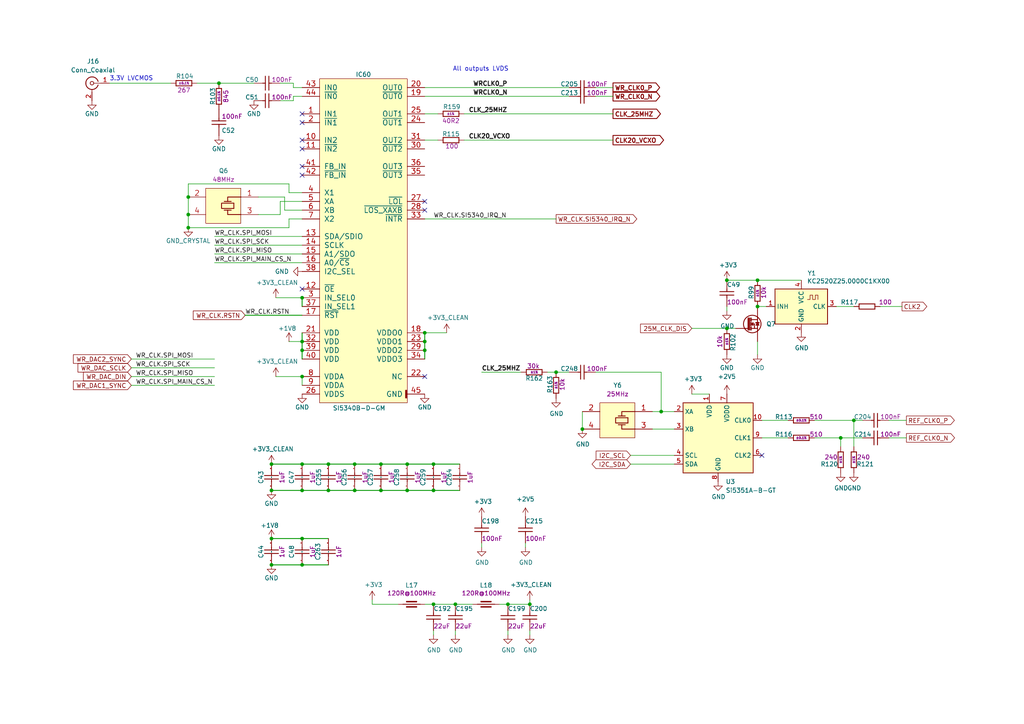
<source format=kicad_sch>
(kicad_sch (version 20250114) (generator "eeschema") (generator_version "9.0")
  (paper "A4")
  (title_block (date "2025-04-18") (rev "${rev}") (company "${name}") (comment 1 "${author}"))
  (text "All outputs LVDS" (at 131.318 20.828 0) (effects (font (size 1.27 1.27)) (justify left bottom)))
  (text "3.3V LVCMOS" (at 38.1 22.86 0) (effects (font (size 1.27 1.27))))
  (junction (at 219.71 81.28))
  (junction (at 87.63 163.83))
  (junction (at 87.63 101.6))
  (junction (at 153.67 175.26))
  (junction (at 147.32 175.26))
  (junction (at 63.5 24.13))
  (junction (at 210.82 95.25))
  (junction (at 125.73 175.26))
  (junction (at 87.63 156.21))
  (junction (at 118.11 134.62))
  (junction (at 78.74 142.24))
  (junction (at 87.63 142.24))
  (junction (at 123.19 101.6))
  (junction (at 54.61 57.15))
  (junction (at 247.65 121.92))
  (junction (at 87.63 99.06))
  (junction (at 110.49 134.62))
  (junction (at 102.87 134.62))
  (junction (at 132.08 175.26))
  (junction (at 125.73 142.24))
  (junction (at 78.74 156.21))
  (junction (at 210.82 81.28))
  (junction (at 95.25 142.24))
  (junction (at 191.77 119.38))
  (junction (at 123.19 96.52))
  (junction (at 125.73 134.62))
  (junction (at 123.19 99.06))
  (junction (at 168.91 124.46))
  (junction (at 118.11 142.24))
  (junction (at 78.74 163.83))
  (junction (at 87.63 134.62))
  (junction (at 110.49 142.24))
  (junction (at 102.87 142.24))
  (junction (at 219.71 88.9))
  (junction (at 54.61 66.04))
  (junction (at 54.61 62.23))
  (junction (at 95.25 134.62))
  (junction (at 87.63 109.22))
  (junction (at 243.84 127))
  (junction (at 87.63 86.36))
  (junction (at 161.29 107.95))
  (junction (at 78.74 134.62))
  (no_connect (at 123.19 109.22))
  (no_connect (at 87.63 50.8))
  (no_connect (at 87.63 33.02))
  (no_connect (at 87.63 43.18))
  (no_connect (at 87.63 35.56))
  (no_connect (at 87.63 83.82))
  (no_connect (at 87.63 40.64))
  (no_connect (at 220.98 132.08))
  (no_connect (at 123.19 58.42))
  (no_connect (at 123.19 60.96))
  (no_connect (at 87.63 48.26))
  (wire (pts (xy 83.82 55.88) (xy 83.82 53.34)))
  (wire (pts (xy 242.57 88.9) (xy 247.65 88.9)))
  (wire (pts (xy 236.22 127) (xy 243.84 127)))
  (wire (pts (xy 85.09 24.13) (xy 81.28 24.13)))
  (wire (pts (xy 63.5 24.13) (xy 73.66 24.13)))
  (wire (pts (xy 177.8 27.94) (xy 172.72 27.94)))
  (wire (pts (xy 38.1 109.22) (xy 62.23 109.22)))
  (wire (pts (xy 182.88 132.08) (xy 195.58 132.08)))
  (wire (pts (xy 31.75 24.13) (xy 49.53 24.13)))
  (wire (pts (xy 87.63 86.36) (xy 87.63 88.9)) (stroke (width 0.254)))
  (wire (pts (xy 168.91 119.38) (xy 168.91 124.46)))
  (wire (pts (xy 161.29 107.95) (xy 165.1 107.95)))
  (wire (pts (xy 80.01 109.22) (xy 87.63 109.22)))
  (wire (pts (xy 87.63 142.24) (xy 95.25 142.24)) (stroke (width 0.254)))
  (wire (pts (xy 87.63 99.06) (xy 87.63 101.6)) (stroke (width 0.254)))
  (wire (pts (xy 87.63 58.42) (xy 81.28 58.42)))
  (wire (pts (xy 57.15 24.13) (xy 63.5 24.13)))
  (wire (pts (xy 83.82 66.04) (xy 54.61 66.04)))
  (wire (pts (xy 85.09 24.13) (xy 85.09 25.4)))
  (wire (pts (xy 147.32 182.88) (xy 147.32 184.15)))
  (wire (pts (xy 219.71 81.28) (xy 232.41 81.28)))
  (wire (pts (xy 220.98 121.92) (xy 228.6 121.92)))
  (wire (pts (xy 78.74 134.62) (xy 87.63 134.62)) (stroke (width 0.254)))
  (wire (pts (xy 118.11 134.62) (xy 125.73 134.62)) (stroke (width 0.254)))
  (wire (pts (xy 247.65 121.92) (xy 250.19 121.92)))
  (wire (pts (xy 81.28 58.42) (xy 81.28 62.23)))
  (wire (pts (xy 189.23 124.46) (xy 195.58 124.46)))
  (wire (pts (xy 38.1 104.14) (xy 62.23 104.14)))
  (wire (pts (xy 257.81 127) (xy 262.89 127)))
  (wire (pts (xy 87.63 55.88) (xy 83.82 55.88)))
  (wire (pts (xy 219.71 102.87) (xy 219.71 99.06)))
  (wire (pts (xy 107.95 175.26) (xy 107.95 173.99)))
  (wire (pts (xy 118.11 142.24) (xy 125.73 142.24)) (stroke (width 0.254)))
  (wire (pts (xy 82.55 57.15) (xy 82.55 60.96)))
  (wire (pts (xy 123.19 25.4) (xy 165.1 25.4)))
  (wire (pts (xy 247.65 121.92) (xy 247.65 129.54)))
  (wire (pts (xy 87.63 91.44) (xy 71.12 91.44)) (stroke (width 0.254)))
  (wire (pts (xy 191.77 107.95) (xy 191.77 119.38)))
  (wire (pts (xy 85.09 27.94) (xy 85.09 29.21)))
  (wire (pts (xy 144.78 175.26) (xy 147.32 175.26)))
  (wire (pts (xy 257.81 121.92) (xy 262.89 121.92)))
  (wire (pts (xy 123.19 33.02) (xy 127 33.02)))
  (wire (pts (xy 220.98 127) (xy 228.6 127)))
  (wire (pts (xy 62.23 76.2) (xy 87.63 76.2)))
  (wire (pts (xy 87.63 156.21) (xy 95.25 156.21)) (stroke (width 0.254)))
  (wire (pts (xy 78.74 142.24) (xy 87.63 142.24)) (stroke (width 0.254)))
  (wire (pts (xy 54.61 53.34) (xy 54.61 57.15)))
  (wire (pts (xy 152.4 157.48) (xy 152.4 158.75)))
  (wire (pts (xy 243.84 127) (xy 243.84 129.54)))
  (wire (pts (xy 87.63 134.62) (xy 95.25 134.62)) (stroke (width 0.254)))
  (wire (pts (xy 123.19 175.26) (xy 125.73 175.26)))
  (wire (pts (xy 74.93 57.15) (xy 82.55 57.15)))
  (wire (pts (xy 83.82 99.06) (xy 87.63 99.06)))
  (wire (pts (xy 83.82 63.5) (xy 83.82 66.04)))
  (wire (pts (xy 78.74 156.21) (xy 87.63 156.21)) (stroke (width 0.254)))
  (wire (pts (xy 82.55 60.96) (xy 87.63 60.96)))
  (wire (pts (xy 123.19 40.64) (xy 127 40.64)))
  (wire (pts (xy 139.7 107.95) (xy 151.13 107.95)))
  (wire (pts (xy 107.95 175.26) (xy 115.57 175.26)))
  (wire (pts (xy 132.08 182.88) (xy 132.08 184.15)))
  (wire (pts (xy 210.82 81.28) (xy 219.71 81.28)))
  (wire (pts (xy 123.19 99.06) (xy 123.19 101.6)) (stroke (width 0.254)))
  (wire (pts (xy 243.84 127) (xy 250.19 127)))
  (wire (pts (xy 177.8 25.4) (xy 172.72 25.4)))
  (wire (pts (xy 83.82 53.34) (xy 54.61 53.34)))
  (wire (pts (xy 123.19 96.52) (xy 123.19 99.06)) (stroke (width 0.254)))
  (wire (pts (xy 87.63 96.52) (xy 87.63 99.06)) (stroke (width 0.254)))
  (wire (pts (xy 182.88 134.62) (xy 195.58 134.62)))
  (wire (pts (xy 191.77 119.38) (xy 195.58 119.38)))
  (wire (pts (xy 147.32 175.26) (xy 153.67 175.26)))
  (wire (pts (xy 110.49 142.24) (xy 118.11 142.24)) (stroke (width 0.254)))
  (wire (pts (xy 125.73 134.62) (xy 133.35 134.62)) (stroke (width 0.254)))
  (wire (pts (xy 54.61 66.04) (xy 54.61 62.23)))
  (wire (pts (xy 189.23 119.38) (xy 191.77 119.38)))
  (wire (pts (xy 125.73 182.88) (xy 125.73 184.15)))
  (wire (pts (xy 85.09 25.4) (xy 87.63 25.4)))
  (wire (pts (xy 139.7 157.48) (xy 139.7 158.75)))
  (wire (pts (xy 125.73 175.26) (xy 132.08 175.26)))
  (wire (pts (xy 80.01 86.36) (xy 87.63 86.36)))
  (wire (pts (xy 236.22 121.92) (xy 247.65 121.92)))
  (wire (pts (xy 87.63 27.94) (xy 85.09 27.94)))
  (wire (pts (xy 172.72 107.95) (xy 191.77 107.95)))
  (wire (pts (xy 54.61 62.23) (xy 54.61 57.15)))
  (wire (pts (xy 87.63 63.5) (xy 83.82 63.5)))
  (wire (pts (xy 38.1 111.76) (xy 62.23 111.76)))
  (wire (pts (xy 132.08 175.26) (xy 137.16 175.26)))
  (wire (pts (xy 102.87 134.62) (xy 110.49 134.62)) (stroke (width 0.254)))
  (wire (pts (xy 158.75 107.95) (xy 161.29 107.95)))
  (wire (pts (xy 200.66 95.25) (xy 210.82 95.25)))
  (wire (pts (xy 153.67 182.88) (xy 153.67 184.15)))
  (wire (pts (xy 95.25 134.62) (xy 102.87 134.62)) (stroke (width 0.254)))
  (wire (pts (xy 95.25 142.24) (xy 102.87 142.24)) (stroke (width 0.254)))
  (wire (pts (xy 210.82 88.9) (xy 210.82 90.17)))
  (wire (pts (xy 219.71 88.9) (xy 222.25 88.9)))
  (wire (pts (xy 134.62 33.02) (xy 177.8 33.02)))
  (wire (pts (xy 200.66 114.3) (xy 205.74 114.3)))
  (wire (pts (xy 153.67 173.99) (xy 153.67 175.26)))
  (wire (pts (xy 78.74 163.83) (xy 87.63 163.83)) (stroke (width 0.254)))
  (wire (pts (xy 87.63 101.6) (xy 87.63 104.14)) (stroke (width 0.254)))
  (wire (pts (xy 62.23 68.58) (xy 87.63 68.58)))
  (wire (pts (xy 255.27 88.9) (xy 261.62 88.9)))
  (wire (pts (xy 87.63 109.22) (xy 87.63 111.76)))
  (wire (pts (xy 125.73 142.24) (xy 133.35 142.24)) (stroke (width 0.254)))
  (wire (pts (xy 110.49 134.62) (xy 118.11 134.62)) (stroke (width 0.254)))
  (wire (pts (xy 123.19 27.94) (xy 165.1 27.94)))
  (wire (pts (xy 85.09 29.21) (xy 81.28 29.21)))
  (wire (pts (xy 123.19 63.5) (xy 161.29 63.5)))
  (wire (pts (xy 123.19 101.6) (xy 123.19 104.14)) (stroke (width 0.254)))
  (wire (pts (xy 81.28 62.23) (xy 74.93 62.23)))
  (wire (pts (xy 62.23 71.12) (xy 87.63 71.12)))
  (wire (pts (xy 213.36 95.25) (xy 210.82 95.25)))
  (wire (pts (xy 102.87 142.24) (xy 110.49 142.24)) (stroke (width 0.254)))
  (wire (pts (xy 62.23 73.66) (xy 87.63 73.66)))
  (wire (pts (xy 38.1 106.68) (xy 62.23 106.68)))
  (wire (pts (xy 87.63 163.83) (xy 95.25 163.83)) (stroke (width 0.254)))
  (wire (pts (xy 134.62 40.64) (xy 177.8 40.64)))
  (wire (pts (xy 123.19 96.52) (xy 129.54 96.52)))
  (label "WR_CLK.SPI_MISO" (at 39.37 109.22 0))
  (label "CLK20_VCXO" (at 135.89 40.64 0) (effects (font (thickness 0.254) (bold yes))))
  (label "CLK_25MHZ" (at 139.7 107.95 0) (effects (font (thickness 0.254) (bold yes))))
  (label "WRCLK0_N" (at 137.16 27.94 0) (effects (font (thickness 0.254) (bold yes))))
  (label "WR_CLK.SPI_SCK" (at 39.37 106.68 0))
  (label "WR_CLK.SPI_MISO" (at 62.23 73.66 0))
  (label "WR_CLK.SPI_SCK" (at 62.23 71.12 0))
  (label "WR_CLK.SPI_MOSI" (at 62.23 68.58 0))
  (label "CLK_25MHZ" (at 135.89 33.02 0) (effects (font (thickness 0.254) (bold yes))))
  (label "WR_CLK.SPI_MAIN_CS_N" (at 62.23 76.2 0))
  (label "WR_CLK.RSTN" (at 71.12 91.44 0))
  (label "WRCLK0_P" (at 137.16 25.4 0) (effects (font (thickness 0.254) (bold yes))))
  (label "WR_CLK.SI5340_IRQ_N" (at 125.73 63.5 0))
  (label "WR_CLK.SPI_MAIN_CS_N" (at 39.37 111.76 0))
  (label "WR_CLK.SPI_MOSI" (at 39.37 104.14 0))
  (global_label "I2C_SDA" (shape bidirectional) (at 182.88 134.62 180) (property "Intersheetrefs" "${INTERSHEET_REFS}" (effects (hide yes))))
  (global_label "REF_CLK0_P" (shape output) (at 262.89 121.92 0) (property "Intersheetrefs" "${INTERSHEET_REFS}" (effects (hide yes))))
  (global_label "25M_CLK_DIS" (shape input) (at 200.66 95.25 180) (property "Intersheetrefs" "${INTERSHEET_REFS}" (effects (hide yes))))
  (global_label "WR_CLK0_N" (shape output) (at 177.8 27.94 0) (effects (font (thickness 0.254) (bold yes))) (property "Intersheetrefs" "${INTERSHEET_REFS}" (effects (hide yes))))
  (global_label "WR_CLK0_P" (shape output) (at 177.8 25.4 0) (effects (font (thickness 0.254) (bold yes))) (property "Intersheetrefs" "${INTERSHEET_REFS}" (effects (hide yes))))
  (global_label "REF_CLK0_N" (shape output) (at 262.89 127 0) (property "Intersheetrefs" "${INTERSHEET_REFS}" (effects (hide yes))))
  (global_label "CLK20_VCXO" (shape output) (at 177.8 40.64 0) (effects (font (thickness 0.254) (bold yes))) (property "Intersheetrefs" "${INTERSHEET_REFS}" (effects (hide yes))))
  (global_label "I2C_SCL" (shape input) (at 182.88 132.08 180) (property "Intersheetrefs" "${INTERSHEET_REFS}" (effects (hide yes))))
  (global_label "WR_CLK.RSTN" (shape input) (at 71.12 91.44 180) (effects (font (thickness 0.1588))) (property "Intersheetrefs" "${INTERSHEET_REFS}" (effects (hide yes))))
  (global_label "WR_CLK.SI5340_IRQ_N" (shape output) (at 161.29 63.5 0) (effects (font (thickness 0.1588))) (property "Intersheetrefs" "${INTERSHEET_REFS}" (effects (hide yes))))
  (global_label "WR_DAC1_SYNC" (shape input) (at 38.1 111.76 180) (effects (font (thickness 0.1588))) (property "Intersheetrefs" "${INTERSHEET_REFS}" (effects (hide yes))))
  (global_label "WR_DAC_DIN" (shape input) (at 38.1 109.22 180) (effects (font (thickness 0.1588))) (property "Intersheetrefs" "${INTERSHEET_REFS}" (effects (hide yes))))
  (global_label "CLK_25MHZ" (shape output) (at 177.8 33.02 0) (effects (font (thickness 0.254) (bold yes))) (property "Intersheetrefs" "${INTERSHEET_REFS}" (effects (hide yes))))
  (global_label "WR_DAC2_SYNC" (shape input) (at 38.1 104.14 180) (effects (font (thickness 0.1588))) (property "Intersheetrefs" "${INTERSHEET_REFS}" (effects (hide yes))))
  (global_label "CLK2" (shape output) (at 261.62 88.9 0) (property "Intersheetrefs" "${INTERSHEET_REFS}" (effects (hide yes))))
  (global_label "WR_DAC_SCLK" (shape input) (at 38.1 106.68 180) (effects (font (thickness 0.1588))) (property "Intersheetrefs" "${INTERSHEET_REFS}" (effects (hide yes))))
  (symbol (lib_id "Capacitors SMD:CC0402_100NF_50V_10%_X7R") (at 81.28 24.13 0) (mirror y) (unit 1)
    (property "Reference" "C50" (at 71.12 23.114 0) (effects (justify right)))
    (property "Value" "CC0402_100NF_50V_10%_X7R" (effects (hide yes)))
    (property "Footprint" "Capacitors SMD:CAPC1005X55N" (effects (hide yes)))
    (property "Datasheet" "\\\\cern.ch\\dfs\\Applications\\Altium\\Datasheets\\CC0402_MURATA_GRM155R71H104KE14D.pdf" (effects (hide yes)))
    (property "Description" "SMD Multilayer Chip Ceramic Capacitor" (effects (hide yes)))
    (property "Val" "100nF" (at 78.74 23.114 0) (effects (justify right)))
    (property "Part Number" "CC0402_100NF_50V_10%_X7R" (effects (hide yes)))
    (property "Library Ref" "Capacitor - non polarized" (effects (hide yes)))
    (property "Library Path" "SchLib\\Capacitors.SchLib" (effects (hide yes)))
    (property "Comment" "100nF" (effects (hide yes)))
    (property "Component Kind" "Standard" (effects (hide yes)))
    (property "Component Type" "Standard" (effects (hide yes)))
    (property "Pin Count" "2" (effects (hide yes)))
    (property "Footprint Path" "PcbLib\\Capacitors SMD.PcbLib" (effects (hide yes)))
    (property "Footprint Ref" "CAPC1005X55N" (effects (hide yes)))
    (property "PackageDescription" " " (effects (hide yes)))
    (property "Status" "None" (effects (hide yes)))
    (property "Status Comment" " " (effects (hide yes)))
    (property "Voltage" "50V" (effects (hide yes)))
    (property "TC" "X7R" (effects (hide yes)))
    (property "Tolerance" "±10%" (effects (hide yes)))
    (property "Part Description" "SMD Multilayer Chip Ceramic Capacitor" (effects (hide yes)))
    (property "Manufacturer" "GENERIC" (effects (hide yes)))
    (property "Manufacturer Part Number" "CC0402_100NF_50V_10%_X7R" (effects (hide yes)))
    (property "Case" "0402" (effects (hide yes)))
    (property "Mounted" "Yes" (effects (hide yes)))
    (property "Socket" "No" (effects (hide yes)))
    (property "SMD" "Yes" (effects (hide yes)))
    (property "PressFit" " " (effects (hide yes)))
    (property "Sense" "No" (effects (hide yes)))
    (property "Sense Comment" " " (effects (hide yes)))
    (property "ComponentHeight" " " (effects (hide yes)))
    (property "Manufacturer1 Example" "MURATA" (effects (hide yes)))
    (property "Manufacturer1 Part Number" "GRM155R71H104KE14D" (effects (hide yes)))
    (property "Manufacturer1 ComponentHeight" "0.55mm" (effects (hide yes)))
    (property "HelpURL" "\\\\cern.ch\\dfs\\Applications\\Altium\\Datasheets\\CC0402_MURATA_GRM155R71H104KE14D.pdf" (effects (hide yes)))
    (property "Author" "CERN DEM MR" (effects (hide yes)))
    (property "CreateDate" "06/30/17 00:00:00" (effects (hide yes)))
    (property "LatestRevisionDate" "06/30/17 00:00:00" (effects (hide yes)))
    (property "Database Table Name" "Capacitors" (effects (hide yes)))
    (property "Library Name" "Capacitors SMD" (effects (hide yes)))
    (property "Footprint Library" "Capacitors SMD" (effects (hide yes)))
    (property "License" "CC-BY-SA 4.0" (effects (hide yes)))
  )
  (symbol (lib_id "Capacitors SMD:CC0402_100NF_50V_10%_X7R") (at 172.72 25.4 0) (mirror y) (unit 1)
    (property "Reference" "C205" (at 162.56 24.384 0) (effects (justify right)))
    (property "Value" "CC0402_100NF_50V_10%_X7R" (effects (hide yes)))
    (property "Footprint" "Capacitors SMD:CAPC1005X55N" (effects (hide yes)))
    (property "Datasheet" "\\\\cern.ch\\dfs\\Applications\\Altium\\Datasheets\\CC0402_MURATA_GRM155R71H104KE14D.pdf" (effects (hide yes)))
    (property "Description" "SMD Multilayer Chip Ceramic Capacitor" (effects (hide yes)))
    (property "Val" "100nF" (at 170.18 24.384 0) (effects (justify right)))
    (property "Part Number" "CC0402_100NF_50V_10%_X7R" (effects (hide yes)))
    (property "Library Ref" "Capacitor - non polarized" (effects (hide yes)))
    (property "Library Path" "SchLib\\Capacitors.SchLib" (effects (hide yes)))
    (property "Comment" "100nF" (effects (hide yes)))
    (property "Component Kind" "Standard" (effects (hide yes)))
    (property "Component Type" "Standard" (effects (hide yes)))
    (property "Pin Count" "2" (effects (hide yes)))
    (property "Footprint Path" "PcbLib\\Capacitors SMD.PcbLib" (effects (hide yes)))
    (property "Footprint Ref" "CAPC1005X55N" (effects (hide yes)))
    (property "PackageDescription" " " (effects (hide yes)))
    (property "Status" "None" (effects (hide yes)))
    (property "Status Comment" " " (effects (hide yes)))
    (property "Voltage" "50V" (effects (hide yes)))
    (property "TC" "X7R" (effects (hide yes)))
    (property "Tolerance" "±10%" (effects (hide yes)))
    (property "Part Description" "SMD Multilayer Chip Ceramic Capacitor" (effects (hide yes)))
    (property "Manufacturer" "GENERIC" (effects (hide yes)))
    (property "Manufacturer Part Number" "CC0402_100NF_50V_10%_X7R" (effects (hide yes)))
    (property "Case" "0402" (effects (hide yes)))
    (property "Mounted" "Yes" (effects (hide yes)))
    (property "Socket" "No" (effects (hide yes)))
    (property "SMD" "Yes" (effects (hide yes)))
    (property "PressFit" " " (effects (hide yes)))
    (property "Sense" "No" (effects (hide yes)))
    (property "Sense Comment" " " (effects (hide yes)))
    (property "ComponentHeight" " " (effects (hide yes)))
    (property "Manufacturer1 Example" "MURATA" (effects (hide yes)))
    (property "Manufacturer1 Part Number" "GRM155R71H104KE14D" (effects (hide yes)))
    (property "Manufacturer1 ComponentHeight" "0.55mm" (effects (hide yes)))
    (property "HelpURL" "\\\\cern.ch\\dfs\\Applications\\Altium\\Datasheets\\CC0402_MURATA_GRM155R71H104KE14D.pdf" (effects (hide yes)))
    (property "Author" "CERN DEM MR" (effects (hide yes)))
    (property "CreateDate" "06/30/17 00:00:00" (effects (hide yes)))
    (property "LatestRevisionDate" "06/30/17 00:00:00" (effects (hide yes)))
    (property "Database Table Name" "Capacitors" (effects (hide yes)))
    (property "Library Name" "Capacitors SMD" (effects (hide yes)))
    (property "Footprint Library" "Capacitors SMD" (effects (hide yes)))
    (property "License" "CC-BY-SA 4.0" (effects (hide yes)))
  )
  (symbol (lib_id "power:GND") (at 243.84 137.16 0) (unit 1)
    (property "Reference" "#PWR0246" (effects (hide yes)))
    (property "Value" "GND" (at 243.967 141.5542 0))
  )
  (symbol (lib_id "power:GND") (at 139.7 158.75 0) (unit 1)
    (property "Reference" "#PWR0225" (effects (hide yes)))
    (property "Value" "GND" (at 139.827 163.1442 0))
  )
  (symbol (lib_id "power:GND") (at 247.65 137.16 0) (unit 1)
    (property "Reference" "#PWR0256" (effects (hide yes)))
    (property "Value" "GND" (at 247.777 141.5542 0))
  )
  (symbol (lib_id "Capacitors SMD:CC0402_100NF_50V_10%_X7R") (at 257.81 127 0) (mirror y) (unit 1)
    (property "Reference" "C214" (at 247.65 125.984 0) (effects (justify right)))
    (property "Value" "CC0402_100NF_50V_10%_X7R" (effects (hide yes)))
    (property "Footprint" "Capacitors SMD:CAPC1005X55N" (effects (hide yes)))
    (property "Datasheet" "\\\\cern.ch\\dfs\\Applications\\Altium\\Datasheets\\CC0402_MURATA_GRM155R71H104KE14D.pdf" (effects (hide yes)))
    (property "Description" "SMD Multilayer Chip Ceramic Capacitor" (effects (hide yes)))
    (property "Val" "100nF" (at 255.27 125.984 0) (effects (justify right)))
    (property "Part Number" "CC0402_100NF_50V_10%_X7R" (effects (hide yes)))
    (property "Library Ref" "Capacitor - non polarized" (effects (hide yes)))
    (property "Library Path" "SchLib\\Capacitors.SchLib" (effects (hide yes)))
    (property "Comment" "100nF" (effects (hide yes)))
    (property "Component Kind" "Standard" (effects (hide yes)))
    (property "Component Type" "Standard" (effects (hide yes)))
    (property "Pin Count" "2" (effects (hide yes)))
    (property "Footprint Path" "PcbLib\\Capacitors SMD.PcbLib" (effects (hide yes)))
    (property "Footprint Ref" "CAPC1005X55N" (effects (hide yes)))
    (property "PackageDescription" " " (effects (hide yes)))
    (property "Status" "None" (effects (hide yes)))
    (property "Status Comment" " " (effects (hide yes)))
    (property "Voltage" "50V" (effects (hide yes)))
    (property "TC" "X7R" (effects (hide yes)))
    (property "Tolerance" "±10%" (effects (hide yes)))
    (property "Part Description" "SMD Multilayer Chip Ceramic Capacitor" (effects (hide yes)))
    (property "Manufacturer" "GENERIC" (effects (hide yes)))
    (property "Manufacturer Part Number" "CC0402_100NF_50V_10%_X7R" (effects (hide yes)))
    (property "Case" "0402" (effects (hide yes)))
    (property "Mounted" "Yes" (effects (hide yes)))
    (property "Socket" "No" (effects (hide yes)))
    (property "SMD" "Yes" (effects (hide yes)))
    (property "PressFit" " " (effects (hide yes)))
    (property "Sense" "No" (effects (hide yes)))
    (property "Sense Comment" " " (effects (hide yes)))
    (property "ComponentHeight" " " (effects (hide yes)))
    (property "Manufacturer1 Example" "MURATA" (effects (hide yes)))
    (property "Manufacturer1 Part Number" "GRM155R71H104KE14D" (effects (hide yes)))
    (property "Manufacturer1 ComponentHeight" "0.55mm" (effects (hide yes)))
    (property "HelpURL" "\\\\cern.ch\\dfs\\Applications\\Altium\\Datasheets\\CC0402_MURATA_GRM155R71H104KE14D.pdf" (effects (hide yes)))
    (property "Author" "CERN DEM MR" (effects (hide yes)))
    (property "CreateDate" "06/30/17 00:00:00" (effects (hide yes)))
    (property "LatestRevisionDate" "06/30/17 00:00:00" (effects (hide yes)))
    (property "Database Table Name" "Capacitors" (effects (hide yes)))
    (property "Library Name" "Capacitors SMD" (effects (hide yes)))
    (property "Footprint Library" "Capacitors SMD" (effects (hide yes)))
    (property "License" "CC-BY-SA 4.0" (effects (hide yes)))
  )
  (symbol (lib_id "Capacitors SMD:CC0402_100NF_50V_10%_X7R") (at 257.81 121.92 0) (mirror y) (unit 1)
    (property "Reference" "C204" (at 247.65 120.904 0) (effects (justify right)))
    (property "Value" "CC0402_100NF_50V_10%_X7R" (effects (hide yes)))
    (property "Footprint" "Capacitors SMD:CAPC1005X55N" (effects (hide yes)))
    (property "Datasheet" "\\\\cern.ch\\dfs\\Applications\\Altium\\Datasheets\\CC0402_MURATA_GRM155R71H104KE14D.pdf" (effects (hide yes)))
    (property "Description" "SMD Multilayer Chip Ceramic Capacitor" (effects (hide yes)))
    (property "Val" "100nF" (at 255.27 120.904 0) (effects (justify right)))
    (property "Part Number" "CC0402_100NF_50V_10%_X7R" (effects (hide yes)))
    (property "Library Ref" "Capacitor - non polarized" (effects (hide yes)))
    (property "Library Path" "SchLib\\Capacitors.SchLib" (effects (hide yes)))
    (property "Comment" "100nF" (effects (hide yes)))
    (property "Component Kind" "Standard" (effects (hide yes)))
    (property "Component Type" "Standard" (effects (hide yes)))
    (property "Pin Count" "2" (effects (hide yes)))
    (property "Footprint Path" "PcbLib\\Capacitors SMD.PcbLib" (effects (hide yes)))
    (property "Footprint Ref" "CAPC1005X55N" (effects (hide yes)))
    (property "PackageDescription" " " (effects (hide yes)))
    (property "Status" "None" (effects (hide yes)))
    (property "Status Comment" " " (effects (hide yes)))
    (property "Voltage" "50V" (effects (hide yes)))
    (property "TC" "X7R" (effects (hide yes)))
    (property "Tolerance" "±10%" (effects (hide yes)))
    (property "Part Description" "SMD Multilayer Chip Ceramic Capacitor" (effects (hide yes)))
    (property "Manufacturer" "GENERIC" (effects (hide yes)))
    (property "Manufacturer Part Number" "CC0402_100NF_50V_10%_X7R" (effects (hide yes)))
    (property "Case" "0402" (effects (hide yes)))
    (property "Mounted" "Yes" (effects (hide yes)))
    (property "Socket" "No" (effects (hide yes)))
    (property "SMD" "Yes" (effects (hide yes)))
    (property "PressFit" " " (effects (hide yes)))
    (property "Sense" "No" (effects (hide yes)))
    (property "Sense Comment" " " (effects (hide yes)))
    (property "ComponentHeight" " " (effects (hide yes)))
    (property "Manufacturer1 Example" "MURATA" (effects (hide yes)))
    (property "Manufacturer1 Part Number" "GRM155R71H104KE14D" (effects (hide yes)))
    (property "Manufacturer1 ComponentHeight" "0.55mm" (effects (hide yes)))
    (property "HelpURL" "\\\\cern.ch\\dfs\\Applications\\Altium\\Datasheets\\CC0402_MURATA_GRM155R71H104KE14D.pdf" (effects (hide yes)))
    (property "Author" "CERN DEM MR" (effects (hide yes)))
    (property "CreateDate" "06/30/17 00:00:00" (effects (hide yes)))
    (property "LatestRevisionDate" "06/30/17 00:00:00" (effects (hide yes)))
    (property "Database Table Name" "Capacitors" (effects (hide yes)))
    (property "Library Name" "Capacitors SMD" (effects (hide yes)))
    (property "Footprint Library" "Capacitors SMD" (effects (hide yes)))
    (property "License" "CC-BY-SA 4.0" (effects (hide yes)))
  )
  (symbol (lib_id "Capacitors_SMD:CC0603_22UF_6.3V_20%_X5R") (at 125.73 175.26 270) (unit 1)
    (property "Reference" "C192" (at 125.73 176.53 90) (effects (justify left)))
    (property "Value" "CC0603_22UF_6.3V_20%_X5R" (effects (hide yes)))
    (property "Footprint" "CAPC1709X100N" (effects (hide yes)))
    (property "Datasheet" "\\\\cern.ch\\dfs\\Applications\\Altium\\Datasheets\\CC0603_X5R_TDK_C.pdf" (effects (hide yes)))
    (property "~" "22uF" (at 125.73 181.61 90) (effects (justify left)))
    (property "Part Number" "CC0603_22UF_6.3V_20%_X5R" (effects (hide yes)))
    (property "Library Ref" "Capacitor - non polarized" (effects (hide yes)))
    (property "Library Path" "SchLib\\Capacitors.SchLib" (effects (hide yes)))
    (property "Comment" "=Value" (effects (hide yes)))
    (property "Component Kind" "Standard" (effects (hide yes)))
    (property "Component Type" "Standard" (effects (hide yes)))
    (property "Pin Count" "2" (effects (hide yes)))
    (property "Footprint Path" "PcbLib\\Capacitors SMD.PcbLib" (effects (hide yes)))
    (property "Footprint Ref" "CAPC1709X100N" (effects (hide yes)))
    (property "PackageDescription" " " (effects (hide yes)))
    (property "Val" "22uF" (effects (hide yes)))
    (property "Status" "None" (effects (hide yes)))
    (property "Status Comment" " " (effects (hide yes)))
    (property "Voltage" "6.3V" (effects (hide yes)))
    (property "TC" "X5R" (effects (hide yes)))
    (property "Tolerance" "±20%" (effects (hide yes)))
    (property "Part Description" "SMD Multilayer Chip Ceramic Capacitor" (effects (hide yes)))
    (property "Manufacturer" "GENERIC" (effects (hide yes)))
    (property "Manufacturer Part Number" "CC0603_22UF_6.3V_20%_X5R" (effects (hide yes)))
    (property "Case" "0603" (effects (hide yes)))
    (property "Mounted" "Yes" (effects (hide yes)))
    (property "Socket" "No" (effects (hide yes)))
    (property "SMD" "Yes" (effects (hide yes)))
    (property "PressFit" " " (effects (hide yes)))
    (property "Sense" "No" (effects (hide yes)))
    (property "Sense Comment" " " (effects (hide yes)))
    (property "ComponentHeight" " " (effects (hide yes)))
    (property "Manufacturer1 Example" "TDK" (effects (hide yes)))
    (property "Manufacturer1 Part Number" "C1608X5R0J226M080AC" (effects (hide yes)))
    (property "Manufacturer1 ComponentHeight" "1mm" (effects (hide yes)))
    (property "CreateDate" "12/16/13 00:00:00" (effects (hide yes)))
    (property "LatestRevisionDate" "09/13/16 00:00:00" (effects (hide yes)))
    (property "Library Name" "Capacitors SMD" (effects (hide yes)))
    (property "License" "This work is licensed under the Creative Commons CC-BY-SA 4.0 License. To the extent that circuit schematics that use Licensed Material can be considered to be ‘Adapted Material’, then the copyright holder waives article 3.b of the license with respect to these schematics." (effects (hide yes)))
  )
  (symbol (lib_id "Capacitors_SMD:CC0603_22UF_6.3V_20%_X5R") (at 147.32 175.26 270) (unit 1)
    (property "Reference" "C199" (at 147.32 176.53 90) (effects (justify left)))
    (property "Value" "CC0603_22UF_6.3V_20%_X5R" (effects (hide yes)))
    (property "Footprint" "CAPC1709X100N" (effects (hide yes)))
    (property "Datasheet" "\\\\cern.ch\\dfs\\Applications\\Altium\\Datasheets\\CC0603_X5R_TDK_C.pdf" (effects (hide yes)))
    (property "~" "22uF" (at 147.32 181.61 90) (effects (justify left)))
    (property "Part Number" "CC0603_22UF_6.3V_20%_X5R" (effects (hide yes)))
    (property "Library Ref" "Capacitor - non polarized" (effects (hide yes)))
    (property "Library Path" "SchLib\\Capacitors.SchLib" (effects (hide yes)))
    (property "Comment" "=Value" (effects (hide yes)))
    (property "Component Kind" "Standard" (effects (hide yes)))
    (property "Component Type" "Standard" (effects (hide yes)))
    (property "Pin Count" "2" (effects (hide yes)))
    (property "Footprint Path" "PcbLib\\Capacitors SMD.PcbLib" (effects (hide yes)))
    (property "Footprint Ref" "CAPC1709X100N" (effects (hide yes)))
    (property "PackageDescription" " " (effects (hide yes)))
    (property "Val" "22uF" (effects (hide yes)))
    (property "Status" "None" (effects (hide yes)))
    (property "Status Comment" " " (effects (hide yes)))
    (property "Voltage" "6.3V" (effects (hide yes)))
    (property "TC" "X5R" (effects (hide yes)))
    (property "Tolerance" "±20%" (effects (hide yes)))
    (property "Part Description" "SMD Multilayer Chip Ceramic Capacitor" (effects (hide yes)))
    (property "Manufacturer" "GENERIC" (effects (hide yes)))
    (property "Manufacturer Part Number" "CC0603_22UF_6.3V_20%_X5R" (effects (hide yes)))
    (property "Case" "0603" (effects (hide yes)))
    (property "Mounted" "Yes" (effects (hide yes)))
    (property "Socket" "No" (effects (hide yes)))
    (property "SMD" "Yes" (effects (hide yes)))
    (property "PressFit" " " (effects (hide yes)))
    (property "Sense" "No" (effects (hide yes)))
    (property "Sense Comment" " " (effects (hide yes)))
    (property "ComponentHeight" " " (effects (hide yes)))
    (property "Manufacturer1 Example" "TDK" (effects (hide yes)))
    (property "Manufacturer1 Part Number" "C1608X5R0J226M080AC" (effects (hide yes)))
    (property "Manufacturer1 ComponentHeight" "1mm" (effects (hide yes)))
    (property "CreateDate" "12/16/13 00:00:00" (effects (hide yes)))
    (property "LatestRevisionDate" "09/13/16 00:00:00" (effects (hide yes)))
    (property "Library Name" "Capacitors SMD" (effects (hide yes)))
    (property "License" "This work is licensed under the Creative Commons CC-BY-SA 4.0 License. To the extent that circuit schematics that use Licensed Material can be considered to be ‘Adapted Material’, then the copyright holder waives article 3.b of the license with respect to these schematics." (effects (hide yes)))
  )
  (symbol (lib_id "marble_misc:+3V3_CLEAN") (at 80.01 109.22 0) (unit 1)
    (property "Reference" "#PWR0207" (effects (hide yes)))
    (property "Value" "+3V3_CLEAN" (at 80.391 104.8258 0))
  )
  (symbol (lib_id "power:GND") (at 219.71 102.87 0) (mirror y) (unit 1)
    (property "Reference" "#PWR0217" (effects (hide yes)))
    (property "Value" "GND" (at 219.71 106.68 0))
    (property "Description" "Power symbol creates a global label with name \"GND\" , ground" (effects (hide yes)))
  )
  (symbol (lib_id "Inductors_SMD:IND0603_MURATA_BLM18SG121TN1D") (at 137.16 175.26 0) (unit 1)
    (property "Reference" "L18" (at 140.97 169.7482 0))
    (property "Value" "IND0603_MURATA_BLM18SG121TN1D" (effects (hide yes)))
    (property "Footprint" "INDC1608X65N" (effects (hide yes)))
    (property "Datasheet" "\\\\cern.ch\\dfs\\Applications\\Altium\\Datasheets\\IND0603_MURATA_BLM18S.pdf" (effects (hide yes)))
    (property "~" "120R@100MHz" (at 140.97 172.0596 0))
    (property "Part Number" "IND0603_MURATA_BLM18SG121TN1D" (effects (hide yes)))
    (property "Library Ref" "Inductor" (effects (hide yes)))
    (property "Library Path" "SchLib\\Inductors & Transformers.SchLib" (effects (hide yes)))
    (property "Comment" "=Value" (effects (hide yes)))
    (property "Component Kind" "Standard" (effects (hide yes)))
    (property "Component Type" "Standard" (effects (hide yes)))
    (property "PackageDescription" " " (effects (hide yes)))
    (property "Pin Count" "2" (effects (hide yes)))
    (property "Footprint Path" "PcbLib\\Inductors SMD.PcbLib" (effects (hide yes)))
    (property "Footprint Ref" "INDC1608X65N" (effects (hide yes)))
    (property "Val" "120R@100MHz" (effects (hide yes)))
    (property "Status" "None" (effects (hide yes)))
    (property "Power" "3A" (effects (hide yes)))
    (property "Resistance" "0.025R" (effects (hide yes)))
    (property "Tolerance" "±25%" (effects (hide yes)))
    (property "Part Description" "SMD EMIFIL Suppression Chip Ferrite Bead" (effects (hide yes)))
    (property "Manufacturer" "MURATA" (effects (hide yes)))
    (property "Manufacturer Part Number" "BLM18SG121TN1D" (effects (hide yes)))
    (property "Case" "0603" (effects (hide yes)))
    (property "Mounted" "Yes" (effects (hide yes)))
    (property "Socket" "No" (effects (hide yes)))
    (property "SMD" "Yes" (effects (hide yes)))
    (property "Sense Comment" " " (effects (hide yes)))
    (property "Sense" "No" (effects (hide yes)))
    (property "Status Comment" " " (effects (hide yes)))
    (property "ComponentHeight" "0.65mm" (effects (hide yes)))
    (property "CreateDate" "07/23/14 00:00:00" (effects (hide yes)))
    (property "LatestRevisionDate" "07/23/14 00:00:00" (effects (hide yes)))
    (property "Library Name" "Inductors SMD" (effects (hide yes)))
    (property "License" "This work is licensed under the Creative Commons CC-BY-SA 4.0 License. To the extent that circuit schematics that use Licensed Material can be considered to be ‘Adapted Material’, then the copyright holder waives article 3.b of the license with respect to these schematics." (effects (hide yes)))
  )
  (symbol (lib_id "power:+3V3") (at 139.7 149.86 0) (unit 1)
    (property "Reference" "#PWR0337" (effects (hide yes)))
    (property "Value" "+3V3" (at 140.081 145.4658 0))
  )
  (symbol (lib_id "marble_misc:+3V3_CLEAN") (at 153.67 173.99 0) (unit 1)
    (property "Reference" "#PWR0236" (effects (hide yes)))
    (property "Value" "+3V3_CLEAN" (at 154.051 169.5958 0))
  )
  (symbol (lib_id "Resistors SMD:R0402_10K_1%_0.0625W_100PPM") (at 219.71 88.9 90) (unit 1)
    (property "Reference" "R99" (at 217.932 84.836 0))
    (property "Value" "R0402_10K_1%_0.0625W_100PPM" (effects (hide yes)))
    (property "Footprint" "Resistors SMD:RESC1005X40N" (effects (hide yes)))
    (property "Datasheet" "\\\\cern.ch\\dfs\\Applications\\Altium\\Datasheets\\R0402_Phycomp_RC0402.pdf" (effects (hide yes)))
    (property "Description" "General Purpose Thick Film Chip Resistor" (effects (hide yes)))
    (property "Tolerance" "±1%" (at 219.71 85.09 0) (effects (font (size 0.635 0.635))))
    (property "Val" "10k" (at 221.488 84.836 0))
    (property "Part Number" "R0402_10K_1%_0.0625W_100PPM" (effects (hide yes)))
    (property "Library Ref" "Resistor - 1%" (effects (hide yes)))
    (property "Library Path" "SchLib\\Resistors.SchLib" (effects (hide yes)))
    (property "Comment" "10k" (effects (hide yes)))
    (property "Component Kind" "Standard" (effects (hide yes)))
    (property "Component Type" "Standard" (effects (hide yes)))
    (property "PackageDescription" " " (effects (hide yes)))
    (property "Pin Count" "2" (effects (hide yes)))
    (property "Footprint Path" "PcbLib\\Resistors SMD.PcbLib" (effects (hide yes)))
    (property "Footprint Ref" "RESC1005X40N" (effects (hide yes)))
    (property "Status" "Not Recommended" (effects (hide yes)))
    (property "Power" "0.0625W" (effects (hide yes)))
    (property "TC" "±100ppm/°C" (effects (hide yes)))
    (property "Voltage" " " (effects (hide yes)))
    (property "Part Description" "General Purpose Thick Film Chip Resistor" (effects (hide yes)))
    (property "Manufacturer" "GENERIC" (effects (hide yes)))
    (property "Manufacturer Part Number" "R0402_10K_1%_0.0625W_100PPM" (effects (hide yes)))
    (property "Case" "0402" (effects (hide yes)))
    (property "PressFit" "No" (effects (hide yes)))
    (property "Mounted" "Yes" (effects (hide yes)))
    (property "Sense Comment" " " (effects (hide yes)))
    (property "Sense" "No" (effects (hide yes)))
    (property "Status Comment" " " (effects (hide yes)))
    (property "Socket" "No" (effects (hide yes)))
    (property "SMD" "Yes" (effects (hide yes)))
    (property "ComponentHeight" " " (effects (hide yes)))
    (property "Manufacturer1 Example" "YAGEO PHYCOMP" (effects (hide yes)))
    (property "Manufacturer1 Part Number" "232270671003L" (effects (hide yes)))
    (property "Manufacturer1 ComponentHeight" "0.4mm" (effects (hide yes)))
    (property "HelpURL" "\\\\cern.ch\\dfs\\Applications\\Altium\\Datasheets\\R0402_Phycomp_RC0402.pdf" (effects (hide yes)))
    (property "Author" "CERN DEM JLC" (effects (hide yes)))
    (property "CreateDate" "12/03/07 00:00:00" (effects (hide yes)))
    (property "LatestRevisionDate" "10/17/12 00:00:00" (effects (hide yes)))
    (property "Database Table Name" "Resistors" (effects (hide yes)))
    (property "Library Name" "Resistors SMD" (effects (hide yes)))
    (property "Footprint Library" "Resistors SMD" (effects (hide yes)))
    (property "License" "CC-BY-SA 4.0" (effects (hide yes)))
  )
  (symbol (lib_id "Crystals & Oscillators:XTAL_25MHZ_TXC_8Y-25.000MAAJ-T") (at 184.15 116.84 0) (mirror y) (unit 1)
    (property "Reference" "Y6" (at 179.1335 111.76 0))
    (property "Value" "XTAL_25MHZ_TXC_8Y-25.000MAAJ-T" (effects (hide yes)))
    (property "Footprint" "ICs And Semiconductors SMD:XTAL_TXC_8Y" (effects (hide yes)))
    (property "Datasheet" "\\\\cern.ch\\dfs\\Applications\\Altium\\Datasheets\\XTAL_TXC_8Y.pdf" (effects (hide yes)))
    (property "Description" "±30ppm, 18pF, -20°C to +70°C  4 Pins, 2x1.6X0.5mm, SMD Seam Sealing Crystal, 8Y Serie" (effects (hide yes)))
    (property "Val" "25MHz" (at 179.1335 114.3 0))
    (property "Part Number" "XTAL_25MHZ_TXC_8Y-25.000MAAJ-T" (effects (hide yes)))
    (property "Library Ref" "Quartz Crystal 1X 2GND 3X 4GND" (effects (hide yes)))
    (property "Library Path" "SchLib\\Crystals & Oscillators.SchLib" (effects (hide yes)))
    (property "Comment" "25MHz" (effects (hide yes)))
    (property "Component Kind" "Standard" (effects (hide yes)))
    (property "Component Type" "Standard" (effects (hide yes)))
    (property "Device" " " (effects (hide yes)))
    (property "PackageDescription" "4 Pins, 2x1.6X0.5mm, SMD Seam Sealing Crystal, 8Y Serie" (effects (hide yes)))
    (property "Status" " " (effects (hide yes)))
    (property "Part Description" "±30ppm, 18pF, -20°C to +70°C  4 Pins, 2x1.6X0.5mm, SMD Seam Sealing Crystal, 8Y Serie" (effects (hide yes)))
    (property "Manufacturer" "TXC CORPORATION" (effects (hide yes)))
    (property "Manufacturer Part Number" "8Y-25.000MAAJ-T" (effects (hide yes)))
    (property "Pin Count" "4" (effects (hide yes)))
    (property "Case" " " (effects (hide yes)))
    (property "Mounted" "Yes" (effects (hide yes)))
    (property "Socket" "No" (effects (hide yes)))
    (property "SMD" "Yes" (effects (hide yes)))
    (property "PressFit" "No" (effects (hide yes)))
    (property "Sense" "No" (effects (hide yes)))
    (property "Bonding" "No" (effects (hide yes)))
    (property "Sense Comment" " " (effects (hide yes)))
    (property "Status Comment" " " (effects (hide yes)))
    (property "ComponentHeight" "13.6mm" (effects (hide yes)))
    (property "Footprint Path" "PcbLib\\ICs And Semiconductors SMD.PcbLib" (effects (hide yes)))
    (property "Footprint Ref" "XTAL_TXC_8Y" (effects (hide yes)))
    (property "HelpURL" "\\\\cern.ch\\dfs\\Applications\\Altium\\Datasheets\\XTAL_TXC_8Y.pdf" (effects (hide yes)))
    (property "ComponentLink1URL" " " (effects (hide yes)))
    (property "ComponentLink1Description" " " (effects (hide yes)))
    (property "ComponentLink2URL" " " (effects (hide yes)))
    (property "ComponentLink2Description" " " (effects (hide yes)))
    (property "Author" "CERN DEM JLC" (effects (hide yes)))
    (property "CreateDate" "03/08/12 00:00:00" (effects (hide yes)))
    (property "LatestRevisionDate" "03/08/12 00:00:00" (effects (hide yes)))
    (property "Database Table Name" "ICs And Semiconductors" (effects (hide yes)))
    (property "Library Name" "Crystals & Oscillators" (effects (hide yes)))
    (property "Footprint Library" "ICs And Semiconductors SMD" (effects (hide yes)))
    (property "License" "CC-BY-SA 4.0" (effects (hide yes)))
  )
  (symbol (lib_id "Capacitors_SMD:CC0201_100NF_6.3V_10%_X5R") (at 139.7 149.86 270) (unit 1)
    (property "Reference" "C198" (at 139.7 151.13 90) (effects (justify left)))
    (property "Value" "CC0201_100NF_6.3V_10%_X5R" (effects (hide yes)))
    (property "Footprint" "Capacitors SMD:CAPC0603X33N" (effects (hide yes)))
    (property "Datasheet" "\\\\cern.ch\\dfs\\Applications\\Altium\\Datasheets\\CC0201_X5R_AVX.pdf" (effects (hide yes)))
    (property "~" "100nF" (at 139.7 156.21 90) (effects (justify left)))
    (property "Part Number" "CC0201_100NF_6.3V_10%_X5R" (effects (hide yes)))
    (property "Library Ref" "Capacitor - non polarized" (effects (hide yes)))
    (property "Library Path" "SchLib\\Capacitors.SchLib" (effects (hide yes)))
    (property "Comment" "=Value" (effects (hide yes)))
    (property "Component Kind" "Standard" (effects (hide yes)))
    (property "Component Type" "Standard" (effects (hide yes)))
    (property "Pin Count" "2" (effects (hide yes)))
    (property "Footprint Path" "PcbLib\\Capacitors SMD.PcbLib" (effects (hide yes)))
    (property "Footprint Ref" "CAPC0603X33N" (effects (hide yes)))
    (property "PackageDescription" " " (effects (hide yes)))
    (property "Val" "100nF" (effects (hide yes)))
    (property "Status" "Not Recommended" (effects (hide yes)))
    (property "Status Comment" " " (effects (hide yes)))
    (property "Voltage" "6.3V" (effects (hide yes)))
    (property "TC" "X5R" (effects (hide yes)))
    (property "Tolerance" "±10%" (effects (hide yes)))
    (property "Part Description" "SMD Multilayer Chip Ceramic Capacitor" (effects (hide yes)))
    (property "Manufacturer" "GENERIC" (effects (hide yes)))
    (property "Manufacturer Part Number" "CC0201_100NF_6.3V_10%_X5R" (effects (hide yes)))
    (property "Case" "0201" (effects (hide yes)))
    (property "Mounted" "Yes" (effects (hide yes)))
    (property "Socket" "No" (effects (hide yes)))
    (property "SMD" "Yes" (effects (hide yes)))
    (property "PressFit" " " (effects (hide yes)))
    (property "Sense" "No" (effects (hide yes)))
    (property "Sense Comment" " " (effects (hide yes)))
    (property "ComponentHeight" " " (effects (hide yes)))
    (property "Manufacturer1 Example" "AVX" (effects (hide yes)))
    (property "Manufacturer1 Part Number" "02016D104KAT2A" (effects (hide yes)))
    (property "Manufacturer1 ComponentHeight" "0.33mm" (effects (hide yes)))
    (property "CreateDate" "12/03/07 00:00:00" (effects (hide yes)))
    (property "LatestRevisionDate" "12/03/07 00:00:00" (effects (hide yes)))
    (property "Library Name" "Capacitors SMD" (effects (hide yes)))
    (property "License" "This work is licensed under the Creative Commons CC-BY-SA 4.0 License. To the extent that circuit schematics that use Licensed Material can be considered to be ‘Adapted Material’, then the copyright holder waives article 3.b of the license with respect to these schematics." (effects (hide yes)))
  )
  (symbol (lib_id "Resistors SMD:R0402_30K_1%_0.0625W_100PPM") (at 151.13 107.95 0) (unit 1)
    (property "Reference" "R162" (at 154.94 109.728 0))
    (property "Value" "R0402_30K_1%_0.0625W_100PPM" (effects (hide yes)))
    (property "Footprint" "Resistors SMD:RESC1005X40N" (effects (hide yes)))
    (property "Datasheet" "\\\\cern.ch\\dfs\\Applications\\Altium\\Datasheets\\R0402_Phycomp_RC0402.pdf" (effects (hide yes)))
    (property "Description" "General Purpose Thick Film Chip Resistor" (effects (hide yes)))
    (property "Tolerance" "±1%" (at 154.94 107.95 0) (effects (font (size 0.635 0.635))))
    (property "Val" "30k" (at 154.686 106.172 0))
    (property "Part Number" "R0402_30K_1%_0.0625W_100PPM" (effects (hide yes)))
    (property "Library Ref" "Resistor - 1%" (effects (hide yes)))
    (property "Library Path" "SchLib\\Resistors.SchLib" (effects (hide yes)))
    (property "Comment" "30k" (effects (hide yes)))
    (property "Component Kind" "Standard" (effects (hide yes)))
    (property "Component Type" "Standard" (effects (hide yes)))
    (property "PackageDescription" " " (effects (hide yes)))
    (property "Pin Count" "2" (effects (hide yes)))
    (property "Footprint Path" "PcbLib\\Resistors SMD.PcbLib" (effects (hide yes)))
    (property "Footprint Ref" "RESC1005X40N" (effects (hide yes)))
    (property "Status" "Not Recommended" (effects (hide yes)))
    (property "Power" "0.0625W" (effects (hide yes)))
    (property "TC" "±100ppm/°C" (effects (hide yes)))
    (property "Voltage" " " (effects (hide yes)))
    (property "Part Description" "General Purpose Thick Film Chip Resistor" (effects (hide yes)))
    (property "Manufacturer" "GENERIC" (effects (hide yes)))
    (property "Manufacturer Part Number" "R0402_30K_1%_0.0625W_100PPM" (effects (hide yes)))
    (property "Case" "0402" (effects (hide yes)))
    (property "PressFit" "No" (effects (hide yes)))
    (property "Mounted" "Yes" (effects (hide yes)))
    (property "Sense Comment" " " (effects (hide yes)))
    (property "Sense" "No" (effects (hide yes)))
    (property "Status Comment" " " (effects (hide yes)))
    (property "Socket" "No" (effects (hide yes)))
    (property "SMD" "Yes" (effects (hide yes)))
    (property "ComponentHeight" " " (effects (hide yes)))
    (property "Manufacturer1 Example" "YAGEO PHYCOMP" (effects (hide yes)))
    (property "Manufacturer1 Part Number" "232270673003L" (effects (hide yes)))
    (property "Manufacturer1 ComponentHeight" "0.4mm" (effects (hide yes)))
    (property "HelpURL" "\\\\cern.ch\\dfs\\Applications\\Altium\\Datasheets\\R0402_Phycomp_RC0402.pdf" (effects (hide yes)))
    (property "Author" "CERN DEM JLC" (effects (hide yes)))
    (property "CreateDate" "12/03/07 00:00:00" (effects (hide yes)))
    (property "LatestRevisionDate" "10/17/12 00:00:00" (effects (hide yes)))
    (property "Database Table Name" "Resistors" (effects (hide yes)))
    (property "Library Name" "Resistors SMD" (effects (hide yes)))
    (property "Footprint Library" "Resistors SMD" (effects (hide yes)))
    (property "License" "CC-BY-SA 4.0" (effects (hide yes)))
  )
  (symbol (lib_id "Capacitors_SMD:CC0201_100NF_6.3V_10%_X5R") (at 210.82 81.28 270) (unit 1)
    (property "Reference" "C49" (at 210.82 82.55 90) (effects (justify left)))
    (property "Value" "CC0201_100NF_6.3V_10%_X5R" (effects (hide yes)))
    (property "Footprint" "Capacitors SMD:CAPC0603X33N" (effects (hide yes)))
    (property "Datasheet" "\\\\cern.ch\\dfs\\Applications\\Altium\\Datasheets\\CC0201_X5R_AVX.pdf" (effects (hide yes)))
    (property "~" "100nF" (at 210.82 87.63 90) (effects (justify left)))
    (property "Part Number" "CC0201_100NF_6.3V_10%_X5R" (effects (hide yes)))
    (property "Library Ref" "Capacitor - non polarized" (effects (hide yes)))
    (property "Library Path" "SchLib\\Capacitors.SchLib" (effects (hide yes)))
    (property "Comment" "=Value" (effects (hide yes)))
    (property "Component Kind" "Standard" (effects (hide yes)))
    (property "Component Type" "Standard" (effects (hide yes)))
    (property "Pin Count" "2" (effects (hide yes)))
    (property "Footprint Path" "PcbLib\\Capacitors SMD.PcbLib" (effects (hide yes)))
    (property "Footprint Ref" "CAPC0603X33N" (effects (hide yes)))
    (property "PackageDescription" " " (effects (hide yes)))
    (property "Val" "100nF" (effects (hide yes)))
    (property "Status" "Not Recommended" (effects (hide yes)))
    (property "Status Comment" " " (effects (hide yes)))
    (property "Voltage" "6.3V" (effects (hide yes)))
    (property "TC" "X5R" (effects (hide yes)))
    (property "Tolerance" "±10%" (effects (hide yes)))
    (property "Part Description" "SMD Multilayer Chip Ceramic Capacitor" (effects (hide yes)))
    (property "Manufacturer" "GENERIC" (effects (hide yes)))
    (property "Manufacturer Part Number" "CC0201_100NF_6.3V_10%_X5R" (effects (hide yes)))
    (property "Case" "0201" (effects (hide yes)))
    (property "Mounted" "Yes" (effects (hide yes)))
    (property "Socket" "No" (effects (hide yes)))
    (property "SMD" "Yes" (effects (hide yes)))
    (property "PressFit" " " (effects (hide yes)))
    (property "Sense" "No" (effects (hide yes)))
    (property "Sense Comment" " " (effects (hide yes)))
    (property "ComponentHeight" " " (effects (hide yes)))
    (property "Manufacturer1 Example" "AVX" (effects (hide yes)))
    (property "Manufacturer1 Part Number" "02016D104KAT2A" (effects (hide yes)))
    (property "Manufacturer1 ComponentHeight" "0.33mm" (effects (hide yes)))
    (property "CreateDate" "12/03/07 00:00:00" (effects (hide yes)))
    (property "LatestRevisionDate" "12/03/07 00:00:00" (effects (hide yes)))
    (property "Library Name" "Capacitors SMD" (effects (hide yes)))
    (property "License" "This work is licensed under the Creative Commons CC-BY-SA 4.0 License. To the extent that circuit schematics that use Licensed Material can be considered to be ‘Adapted Material’, then the copyright holder waives article 3.b of the license with respect to these schematics." (effects (hide yes)))
  )
  (symbol (lib_id "Crystals & Oscillators:XTAL_48MHZ_KYOCERA_CX3225SB48000D0FPJC1") (at 69.85 54.61 180) (unit 1)
    (property "Reference" "Q6" (at 64.8335 49.53 0))
    (property "Value" "XTAL_48MHZ_KYOCERA_CX3225SB48000D0FPJC1" (effects (hide yes)))
    (property "Footprint" "ICs And Semiconductors SMD:XTAL_KYOCERA_CX3225SB" (effects (hide yes)))
    (property "Datasheet" "\\\\cern.ch\\dfs\\Applications\\Altium\\Datasheets\\XTAL_KYOCERA_CX3225SB.pdf" (effects (hide yes)))
    (property "Description" "48MHz" (at 64.8335 52.07 0))
    (property "Part Number" "XTAL_48MHZ_KYOCERA_CX3225SB48000D0FPJC1" (effects (hide yes)))
    (property "Library Ref" "Quartz Crystal 1X 2GND 3X 4GND" (effects (hide yes)))
    (property "Library Path" "SchLib\\Crystals & Oscillators.SchLib" (effects (hide yes)))
    (property "Comment" "48MHz" (effects (hide yes)))
    (property "Component Kind" "Standard" (effects (hide yes)))
    (property "Component Type" "Standard" (effects (hide yes)))
    (property "Device" " " (effects (hide yes)))
    (property "PackageDescription" "SMD Crystal Kyocera, 4 Pins, 2.50mm L X 3.20mm W X 0.6mm H" (effects (hide yes)))
    (property "Status" " " (effects (hide yes)))
    (property "Part Description" "Tolerance: ±10ppm, Stability: ±15ppm, 8pF, -40°C to +85°C, Surface Mount Crystal" (effects (hide yes)))
    (property "Manufacturer" "KYOCERA" (effects (hide yes)))
    (property "Manufacturer Part Number" "CX3225SB48000D0FPJC1" (effects (hide yes)))
    (property "Pin Count" "4" (effects (hide yes)))
    (property "Case" " " (effects (hide yes)))
    (property "Mounted" "Yes" (effects (hide yes)))
    (property "Socket" "No" (effects (hide yes)))
    (property "SMD" "Yes" (effects (hide yes)))
    (property "PressFit" "No" (effects (hide yes)))
    (property "Sense" "No" (effects (hide yes)))
    (property "Bonding" "No" (effects (hide yes)))
    (property "Sense Comment" " " (effects (hide yes)))
    (property "Status Comment" " " (effects (hide yes)))
    (property "ComponentHeight" "0.6mm" (effects (hide yes)))
    (property "Footprint Path" "PcbLib\\ICs And Semiconductors SMD.PcbLib" (effects (hide yes)))
    (property "Footprint Ref" "XTAL_KYOCERA_CX3225SB" (effects (hide yes)))
    (property "HelpURL" "\\\\cern.ch\\dfs\\Applications\\Altium\\Datasheets\\XTAL_KYOCERA_CX3225SB.pdf" (effects (hide yes)))
    (property "ComponentLink1URL" " " (effects (hide yes)))
    (property "ComponentLink1Description" " " (effects (hide yes)))
    (property "ComponentLink2URL" " " (effects (hide yes)))
    (property "ComponentLink2Description" " " (effects (hide yes)))
    (property "Author" "CERN DEM JLC" (effects (hide yes)))
    (property "CreateDate" "06/05/18 00:00:00" (effects (hide yes)))
    (property "LatestRevisionDate" "06/05/18 00:00:00" (effects (hide yes)))
    (property "Database Table Name" "ICs And Semiconductors" (effects (hide yes)))
    (property "Library Name" "Crystals & Oscillators" (effects (hide yes)))
    (property "Footprint Library" "ICs And Semiconductors SMD" (effects (hide yes)))
    (property "License" "CC-BY-SA 4.0" (effects (hide yes)))
  )
  (symbol (lib_id "power:+3V3") (at 107.95 173.99 0) (unit 1)
    (property "Reference" "#PWR0214" (effects (hide yes)))
    (property "Value" "+3V3" (at 108.331 169.5958 0))
  )
  (symbol (lib_id "Capacitors_SMD:CC0603_22UF_6.3V_20%_X5R") (at 132.08 175.26 270) (unit 1)
    (property "Reference" "C195" (at 132.08 176.53 90) (effects (justify left)))
    (property "Value" "CC0603_22UF_6.3V_20%_X5R" (effects (hide yes)))
    (property "Footprint" "CAPC1709X100N" (effects (hide yes)))
    (property "Datasheet" "\\\\cern.ch\\dfs\\Applications\\Altium\\Datasheets\\CC0603_X5R_TDK_C.pdf" (effects (hide yes)))
    (property "~" "22uF" (at 132.08 181.61 90) (effects (justify left)))
    (property "Part Number" "CC0603_22UF_6.3V_20%_X5R" (effects (hide yes)))
    (property "Library Ref" "Capacitor - non polarized" (effects (hide yes)))
    (property "Library Path" "SchLib\\Capacitors.SchLib" (effects (hide yes)))
    (property "Comment" "=Value" (effects (hide yes)))
    (property "Component Kind" "Standard" (effects (hide yes)))
    (property "Component Type" "Standard" (effects (hide yes)))
    (property "Pin Count" "2" (effects (hide yes)))
    (property "Footprint Path" "PcbLib\\Capacitors SMD.PcbLib" (effects (hide yes)))
    (property "Footprint Ref" "CAPC1709X100N" (effects (hide yes)))
    (property "PackageDescription" " " (effects (hide yes)))
    (property "Val" "22uF" (effects (hide yes)))
    (property "Status" "None" (effects (hide yes)))
    (property "Status Comment" " " (effects (hide yes)))
    (property "Voltage" "6.3V" (effects (hide yes)))
    (property "TC" "X5R" (effects (hide yes)))
    (property "Tolerance" "±20%" (effects (hide yes)))
    (property "Part Description" "SMD Multilayer Chip Ceramic Capacitor" (effects (hide yes)))
    (property "Manufacturer" "GENERIC" (effects (hide yes)))
    (property "Manufacturer Part Number" "CC0603_22UF_6.3V_20%_X5R" (effects (hide yes)))
    (property "Case" "0603" (effects (hide yes)))
    (property "Mounted" "Yes" (effects (hide yes)))
    (property "Socket" "No" (effects (hide yes)))
    (property "SMD" "Yes" (effects (hide yes)))
    (property "PressFit" " " (effects (hide yes)))
    (property "Sense" "No" (effects (hide yes)))
    (property "Sense Comment" " " (effects (hide yes)))
    (property "ComponentHeight" " " (effects (hide yes)))
    (property "Manufacturer1 Example" "TDK" (effects (hide yes)))
    (property "Manufacturer1 Part Number" "C1608X5R0J226M080AC" (effects (hide yes)))
    (property "Manufacturer1 ComponentHeight" "1mm" (effects (hide yes)))
    (property "CreateDate" "12/16/13 00:00:00" (effects (hide yes)))
    (property "LatestRevisionDate" "09/13/16 00:00:00" (effects (hide yes)))
    (property "Library Name" "Capacitors SMD" (effects (hide yes)))
    (property "License" "This work is licensed under the Creative Commons CC-BY-SA 4.0 License. To the extent that circuit schematics that use Licensed Material can be considered to be ‘Adapted Material’, then the copyright holder waives article 3.b of the license with respect to these schematics." (effects (hide yes)))
  )
  (symbol (lib_id "power:GND") (at 161.29 115.57 0) (unit 1)
    (property "Reference" "#PWR0338" (effects (hide yes)))
    (property "Value" "GND" (at 161.417 119.9642 0))
  )
  (symbol (lib_id "Resistors SMD:R0402_240R_1%_0.0625W_100PPM") (at 247.65 137.16 90) (unit 1)
    (property "Reference" "R121" (at 250.952 134.62 90))
    (property "Value" "R0402_240R_1%_0.0625W_100PPM" (effects (hide yes)))
    (property "Footprint" "Resistors SMD:RESC1005X40N" (effects (hide yes)))
    (property "Datasheet" "\\\\cern.ch\\dfs\\Applications\\Altium\\Datasheets\\R0402_Phycomp_RC0402.pdf" (effects (hide yes)))
    (property "Description" "General Purpose Thick Film Chip Resistor" (effects (hide yes)))
    (property "Tolerance" "±1%" (at 247.65 133.35 0) (effects (font (size 0.635 0.635))))
    (property "Val" "240" (at 250.444 132.588 90))
    (property "Part Number" "R0402_240R_1%_0.0625W_100PPM" (effects (hide yes)))
    (property "Library Ref" "Resistor - 1%" (effects (hide yes)))
    (property "Library Path" "SchLib\\Resistors.SchLib" (effects (hide yes)))
    (property "Comment" "240" (effects (hide yes)))
    (property "Component Kind" "Standard" (effects (hide yes)))
    (property "Component Type" "Standard" (effects (hide yes)))
    (property "PackageDescription" " " (effects (hide yes)))
    (property "Pin Count" "2" (effects (hide yes)))
    (property "Footprint Path" "PcbLib\\Resistors SMD.PcbLib" (effects (hide yes)))
    (property "Footprint Ref" "RESC1005X40N" (effects (hide yes)))
    (property "Status" "Not Recommended" (effects (hide yes)))
    (property "Power" "0.0625W" (effects (hide yes)))
    (property "TC" "±100ppm/°C" (effects (hide yes)))
    (property "Voltage" " " (effects (hide yes)))
    (property "Part Description" "General Purpose Thick Film Chip Resistor" (effects (hide yes)))
    (property "Manufacturer" "GENERIC" (effects (hide yes)))
    (property "Manufacturer Part Number" "R0402_240R_1%_0.0625W_100PPM" (effects (hide yes)))
    (property "Case" "0402" (effects (hide yes)))
    (property "PressFit" "No" (effects (hide yes)))
    (property "Mounted" "Yes" (effects (hide yes)))
    (property "Sense Comment" " " (effects (hide yes)))
    (property "Sense" "No" (effects (hide yes)))
    (property "Status Comment" " " (effects (hide yes)))
    (property "Socket" "No" (effects (hide yes)))
    (property "SMD" "Yes" (effects (hide yes)))
    (property "ComponentHeight" " " (effects (hide yes)))
    (property "Manufacturer1 Example" "YAGEO PHYCOMP" (effects (hide yes)))
    (property "Manufacturer1 Part Number" "232270672401L" (effects (hide yes)))
    (property "Manufacturer1 ComponentHeight" "0.4mm" (effects (hide yes)))
    (property "HelpURL" "\\\\cern.ch\\dfs\\Applications\\Altium\\Datasheets\\R0402_Phycomp_RC0402.pdf" (effects (hide yes)))
    (property "Author" "CERN DEM JLC" (effects (hide yes)))
    (property "CreateDate" "12/03/07 00:00:00" (effects (hide yes)))
    (property "LatestRevisionDate" "10/17/12 00:00:00" (effects (hide yes)))
    (property "Database Table Name" "Resistors" (effects (hide yes)))
    (property "Library Name" "Resistors SMD" (effects (hide yes)))
    (property "Footprint Library" "Resistors SMD" (effects (hide yes)))
    (property "License" "CC-BY-SA 4.0" (effects (hide yes)))
  )
  (symbol (lib_id "power:GND") (at 232.41 96.52 0) (unit 1)
    (property "Reference" "#PWR0212" (effects (hide yes)))
    (property "Value" "GND" (at 232.537 100.9142 0))
  )
  (symbol (lib_id "Capacitors SMD:CC0402_1UF_25V_10%_X5R") (at 87.63 142.24 90) (unit 1)
    (property "Reference" "C47" (at 84.582 138.43 0))
    (property "Value" "CC0402_1UF_25V_10%_X5R" (effects (hide yes)))
    (property "Footprint" "Capacitors SMD:CAPC1005X55N" (effects (hide yes)))
    (property "Datasheet" "\\\\cern.ch\\dfs\\Applications\\Altium\\Datasheets\\CC0402_X5R_TDK_C.pdf" (effects (hide yes)))
    (property "TC" "X5R" (effects (hide yes)))
    (property "SMD" "Yes" (effects (hide yes)))
    (property "Val" "1uF" (at 90.678 138.43 0))
    (property "Part Number" "CC0402_1UF_25V_10%_X5R" (effects (hide yes)))
    (property "Library Ref" "Capacitor - non polarized" (effects (hide yes)))
    (property "Library Path" "SchLib\\Capacitors.SchLib" (effects (hide yes)))
    (property "Comment" "1uF" (effects (hide yes)))
    (property "Component Kind" "Standard" (effects (hide yes)))
    (property "Component Type" "Standard" (effects (hide yes)))
    (property "Pin Count" "2" (effects (hide yes)))
    (property "Footprint Path" "PcbLib\\Capacitors SMD.PcbLib" (effects (hide yes)))
    (property "Footprint Ref" "CAPC1005X55N" (effects (hide yes)))
    (property "PackageDescription" " " (effects (hide yes)))
    (property "Status" "Preferred" (effects (hide yes)))
    (property "Status Comment" " " (effects (hide yes)))
    (property "Voltage" "25V" (effects (hide yes)))
    (property "Tolerance" "±10%" (effects (hide yes)))
    (property "Part Description" "SMD Multilayer Chip Ceramic Capacitor" (effects (hide yes)))
    (property "Manufacturer" "GENERIC" (effects (hide yes)))
    (property "Manufacturer Part Number" "CC0402_1UF_25V_10%_X5R" (effects (hide yes)))
    (property "Case" "0402" (effects (hide yes)))
    (property "Mounted" "Yes" (effects (hide yes)))
    (property "Socket" "No" (effects (hide yes)))
    (property "PressFit" " " (effects (hide yes)))
    (property "Sense" "No" (effects (hide yes)))
    (property "Sense Comment" " " (effects (hide yes)))
    (property "ComponentHeight" " " (effects (hide yes)))
    (property "Manufacturer1 Example" "TDK" (effects (hide yes)))
    (property "Manufacturer1 Part Number" "C1005X5R1E105K050" (effects (hide yes)))
    (property "Manufacturer1 ComponentHeight" "0.55mm" (effects (hide yes)))
    (property "HelpURL" "\\\\cern.ch\\dfs\\Applications\\Altium\\Datasheets\\CC0402_X5R_TDK_C.pdf" (effects (hide yes)))
    (property "Author" "CERN DEM BC" (effects (hide yes)))
    (property "CreateDate" "02/17/20 00:00:00" (effects (hide yes)))
    (property "LatestRevisionDate" "02/17/20 00:00:00" (effects (hide yes)))
    (property "Database Table Name" "Capacitors" (effects (hide yes)))
    (property "Library Name" "Capacitors SMD" (effects (hide yes)))
    (property "Footprint Library" "Capacitors SMD" (effects (hide yes)))
    (property "License" "This work is licensed under the Creative Commons CC-BY-SA 4.0 License. To the extent that circuit schematics that use Licensed Material can be considered to be ‘Adapted Material’, then the copyright holder waives article 3.b of the license with respect to these schematics." (effects (hide yes)))
  )
  (symbol (lib_id "power:+3V3") (at 200.66 114.3 0) (unit 1)
    (property "Reference" "#PWR0223" (effects (hide yes)))
    (property "Value" "+3V3" (at 201.041 109.9058 0))
  )
  (symbol (lib_id "power:GND") (at 78.74 142.24 0) (unit 1)
    (property "Reference" "#PWR0199" (effects (hide yes)))
    (property "Value" "GND" (at 78.74 146.05 0))
    (property "Description" "GROUND power-flag symbol" (effects (hide yes)))
  )
  (symbol (lib_id "power:GND") (at 147.32 184.15 0) (unit 1)
    (property "Reference" "#PWR0226" (effects (hide yes)))
    (property "Value" "GND" (at 147.447 188.5442 0))
  )
  (symbol (lib_id "power:GND") (at 123.19 114.3 0) (unit 1)
    (property "Reference" "#PWR0205" (effects (hide yes)))
    (property "Value" "GND" (at 123.19 118.11 0))
    (property "Description" "GROUND power-flag symbol" (effects (hide yes)))
  )
  (symbol (lib_id "marble_misc:+3V3_CLEAN") (at 78.74 134.62 0) (unit 1)
    (property "Reference" "#PWR0198" (effects (hide yes)))
    (property "Value" "+3V3_CLEAN" (at 79.121 130.2258 0))
  )
  (symbol (lib_id "power:+1V0") (at 78.74 156.21 0) (unit 1)
    (property "Reference" "#PWR0216" (effects (hide yes)))
    (property "Value" "+1V8" (at 78.232 152.4 0))
    (property "Description" "Power symbol creates a global label with name \"+1V8\"" (effects (hide yes)))
  )
  (symbol (lib_id "power:GND") (at 87.63 78.74 270) (unit 1)
    (property "Reference" "#PWR0200" (effects (hide yes)))
    (property "Value" "GND" (at 83.82 78.74 90) (effects (justify right)))
    (property "Description" "GROUND power-flag symbol" (effects (hide yes)))
  )
  (symbol (lib_id "Resistors SMD:R0402_10K_1%_0.0625W_100PPM") (at 210.82 102.87 270) (mirror x) (unit 1)
    (property "Reference" "R102" (at 212.598 99.314 0))
    (property "Value" "R0402_10K_1%_0.0625W_100PPM" (effects (hide yes)))
    (property "Footprint" "Resistors SMD:RESC1005X40N" (effects (hide yes)))
    (property "Datasheet" "\\\\cern.ch\\dfs\\Applications\\Altium\\Datasheets\\R0402_Phycomp_RC0402.pdf" (effects (hide yes)))
    (property "Description" "General Purpose Thick Film Chip Resistor" (effects (hide yes)))
    (property "Tolerance" "±1%" (at 210.82 99.06 0) (effects (font (size 0.635 0.635))))
    (property "Val" "10k" (at 208.788 99.06 0))
    (property "Part Number" "R0402_10K_1%_0.0625W_100PPM" (effects (hide yes)))
    (property "Library Ref" "Resistor - 1%" (effects (hide yes)))
    (property "Library Path" "SchLib\\Resistors.SchLib" (effects (hide yes)))
    (property "Comment" "10k" (effects (hide yes)))
    (property "Component Kind" "Standard" (effects (hide yes)))
    (property "Component Type" "Standard" (effects (hide yes)))
    (property "PackageDescription" " " (effects (hide yes)))
    (property "Pin Count" "2" (effects (hide yes)))
    (property "Footprint Path" "PcbLib\\Resistors SMD.PcbLib" (effects (hide yes)))
    (property "Footprint Ref" "RESC1005X40N" (effects (hide yes)))
    (property "Status" "Not Recommended" (effects (hide yes)))
    (property "Power" "0.0625W" (effects (hide yes)))
    (property "TC" "±100ppm/°C" (effects (hide yes)))
    (property "Voltage" " " (effects (hide yes)))
    (property "Part Description" "General Purpose Thick Film Chip Resistor" (effects (hide yes)))
    (property "Manufacturer" "GENERIC" (effects (hide yes)))
    (property "Manufacturer Part Number" "R0402_10K_1%_0.0625W_100PPM" (effects (hide yes)))
    (property "Case" "0402" (effects (hide yes)))
    (property "PressFit" "No" (effects (hide yes)))
    (property "Mounted" "Yes" (effects (hide yes)))
    (property "Sense Comment" " " (effects (hide yes)))
    (property "Sense" "No" (effects (hide yes)))
    (property "Status Comment" " " (effects (hide yes)))
    (property "Socket" "No" (effects (hide yes)))
    (property "SMD" "Yes" (effects (hide yes)))
    (property "ComponentHeight" " " (effects (hide yes)))
    (property "Manufacturer1 Example" "YAGEO PHYCOMP" (effects (hide yes)))
    (property "Manufacturer1 Part Number" "232270671003L" (effects (hide yes)))
    (property "Manufacturer1 ComponentHeight" "0.4mm" (effects (hide yes)))
    (property "HelpURL" "\\\\cern.ch\\dfs\\Applications\\Altium\\Datasheets\\R0402_Phycomp_RC0402.pdf" (effects (hide yes)))
    (property "Author" "CERN DEM JLC" (effects (hide yes)))
    (property "CreateDate" "12/03/07 00:00:00" (effects (hide yes)))
    (property "LatestRevisionDate" "10/17/12 00:00:00" (effects (hide yes)))
    (property "Database Table Name" "Resistors" (effects (hide yes)))
    (property "Library Name" "Resistors SMD" (effects (hide yes)))
    (property "Footprint Library" "Resistors SMD" (effects (hide yes)))
    (property "License" "CC-BY-SA 4.0" (effects (hide yes)))
  )
  (symbol (lib_id "Analog & Interface:SI5340B-D-GM") (at 92.71 22.86 0) (unit 1)
    (property "Reference" "IC60" (at 105.41 21.59 0))
    (property "Value" "SI5340B-D-GM" (at 96.52 118.364 0) (effects (justify left)))
    (property "Footprint" "ICs And Semiconductors SMD:QFN50P700X700X90-45N-S530" (effects (hide yes)))
    (property "Datasheet" "\\\\cern.ch\\dfs\\Applications\\Altium\\Datasheets\\SI5340B-D-GM.pdf" (effects (hide yes)))
    (property "SMD" "Yes" (effects (hide yes)))
    (property "Part Number" "SI5340B-D-GM" (effects (hide yes)))
    (property "Library Ref" "SI5340" (effects (hide yes)))
    (property "Library Path" "SchLib\\Analog & Interface.SchLib" (effects (hide yes)))
    (property "Comment" "SI5340B-D-GM" (effects (hide yes)))
    (property "Component Kind" "Standard" (effects (hide yes)))
    (property "Component Type" "Standard" (effects (hide yes)))
    (property "Device" "SI5340B-D-GM" (effects (hide yes)))
    (property "PackageDescription" "QFN, 0.50mm Pitch, Square; 44 Pin, 7.00mm L X 7.00mm W X 0.90mm H body (w/Thermal Tab 5.30 X 5.30mm), IPC Medium Density" (effects (hide yes)))
    (property "Status" " " (effects (hide yes)))
    (property "Part Description" "Low-Jitter, 4-Output, Any-Frequency, Any-Output Clock Generator" (effects (hide yes)))
    (property "Manufacturer" "SILICON LABS" (effects (hide yes)))
    (property "Manufacturer Part Number" "SI5340B-D-GM" (effects (hide yes)))
    (property "Pin Count" "45" (effects (hide yes)))
    (property "Case" "QFN44" (effects (hide yes)))
    (property "Mounted" "Yes" (effects (hide yes)))
    (property "Socket" "No" (effects (hide yes)))
    (property "PressFit" "No" (effects (hide yes)))
    (property "Sense" "No" (effects (hide yes)))
    (property "Sense Comment" " " (effects (hide yes)))
    (property "Bonding" "No" (effects (hide yes)))
    (property "Status Comment" " " (effects (hide yes)))
    (property "ComponentHeight" "0.9mm" (effects (hide yes)))
    (property "Footprint Path" "PcbLib\\ICs And Semiconductors SMD.PcbLib" (effects (hide yes)))
    (property "Footprint Ref" "QFN50P700X700X90-45N-S530" (effects (hide yes)))
    (property "Author" "CERN DEM JLC" (effects (hide yes)))
    (property "HelpURL" "\\\\cern.ch\\dfs\\Applications\\Altium\\Datasheets\\SI5340B-D-GM.pdf" (effects (hide yes)))
    (property "ComponentLink1URL" " " (effects (hide yes)))
    (property "ComponentLink2URL" " " (effects (hide yes)))
    (property "ComponentLink2Description" " " (effects (hide yes)))
    (property "ComponentLink1Description" " " (effects (hide yes)))
    (property "CreateDate" "12/14/17 00:00:00" (effects (hide yes)))
    (property "LatestRevisionDate" "12/14/17 00:00:00" (effects (hide yes)))
    (property "SCEM" " " (effects (hide yes)))
    (property "Database Table Name" "ICs And Semiconductors" (effects (hide yes)))
    (property "Library Name" "Analog & Interface" (effects (hide yes)))
    (property "Footprint Library" "ICs And Semiconductors SMD" (effects (hide yes)))
    (property "License" "This work is licensed under the Creative Commons CC-BY-SA 4.0 License. To the extent that circuit schematics that use Licensed Material can be considered to be ‘Adapted Material’, then the copyright holder waives article 3.b of the license with respect to these schematics." (effects (hide yes)))
  )
  (symbol (lib_id "Resistors SMD:R0402_510R_0.1%_0.0625W_10PPM") (at 228.6 121.92 0) (unit 1)
    (property "Reference" "R113" (at 227.33 120.904 0))
    (property "Value" "R0402_510R_0.1%_0.0625W_10PPM" (effects (hide yes)))
    (property "Footprint" "Resistors SMD:RESC1005X40N" (effects (hide yes)))
    (property "Datasheet" "\\\\cern.ch\\dfs\\Applications\\Altium\\Datasheets\\R0402_PANASONIC_ERA.pdf" (effects (hide yes)))
    (property "Description" "Thick Film Chip Resistor" (effects (hide yes)))
    (property "Tolerance" "±0.1%" (at 232.41 121.92 0) (effects (font (size 0.635 0.635))))
    (property "Val" "510" (at 236.728 120.904 0))
    (property "Part Number" "R0402_510R_0.1%_0.0625W_10PPM" (effects (hide yes)))
    (property "Library Ref" "Resistor - 0.1%" (effects (hide yes)))
    (property "Library Path" "SchLib\\Resistors.SchLib" (effects (hide yes)))
    (property "Comment" "510" (effects (hide yes)))
    (property "Component Kind" "Standard" (effects (hide yes)))
    (property "Component Type" "Standard" (effects (hide yes)))
    (property "PackageDescription" " " (effects (hide yes)))
    (property "Pin Count" "2" (effects (hide yes)))
    (property "Footprint Path" "PcbLib\\Resistors SMD.PcbLib" (effects (hide yes)))
    (property "Footprint Ref" "RESC1005X40N" (effects (hide yes)))
    (property "Status" "Not Recommended" (effects (hide yes)))
    (property "Power" "0.063W" (effects (hide yes)))
    (property "TC" "±10ppm/°C" (effects (hide yes)))
    (property "Voltage" " " (effects (hide yes)))
    (property "Part Description" "Thick Film Chip Resistor" (effects (hide yes)))
    (property "Manufacturer" "GENERIC" (effects (hide yes)))
    (property "Manufacturer Part Number" "R0402_510R_0.1%_0.0625W_10PPM" (effects (hide yes)))
    (property "Case" "0402" (effects (hide yes)))
    (property "PressFit" "No" (effects (hide yes)))
    (property "Mounted" "Yes" (effects (hide yes)))
    (property "Sense Comment" " " (effects (hide yes)))
    (property "Sense" "No" (effects (hide yes)))
    (property "Status Comment" " " (effects (hide yes)))
    (property "Socket" "No" (effects (hide yes)))
    (property "SMD" "Yes" (effects (hide yes)))
    (property "ComponentHeight" " " (effects (hide yes)))
    (property "Manufacturer1 Example" "PANASONIC" (effects (hide yes)))
    (property "Manufacturer1 Part Number" "ERA2ARB511X" (effects (hide yes)))
    (property "Manufacturer1 ComponentHeight" "0.4mm" (effects (hide yes)))
    (property "HelpURL" "\\\\cern.ch\\dfs\\Applications\\Altium\\Datasheets\\R0402_PANASONIC_ERA.pdf" (effects (hide yes)))
    (property "Author" "CERN DEM HF" (effects (hide yes)))
    (property "CreateDate" "04/25/24 00:00:00" (effects (hide yes)))
    (property "LatestRevisionDate" "04/25/24 00:00:00" (effects (hide yes)))
    (property "Database Table Name" "Resistors" (effects (hide yes)))
    (property "Library Name" "Resistors SMD" (effects (hide yes)))
    (property "Footprint Library" "Resistors SMD" (effects (hide yes)))
    (property "License" "CC-BY-SA 4.0" (effects (hide yes)))
  )
  (symbol (lib_id "Capacitors SMD:CC0402_1UF_25V_10%_X5R") (at 133.35 142.24 90) (unit 1)
    (property "Reference" "C264" (at 130.302 138.43 0))
    (property "Value" "CC0402_1UF_25V_10%_X5R" (effects (hide yes)))
    (property "Footprint" "Capacitors SMD:CAPC1005X55N" (effects (hide yes)))
    (property "Datasheet" "\\\\cern.ch\\dfs\\Applications\\Altium\\Datasheets\\CC0402_X5R_TDK_C.pdf" (effects (hide yes)))
    (property "TC" "X5R" (effects (hide yes)))
    (property "SMD" "Yes" (effects (hide yes)))
    (property "Val" "1uF" (at 136.398 138.43 0))
    (property "Part Number" "CC0402_1UF_25V_10%_X5R" (effects (hide yes)))
    (property "Library Ref" "Capacitor - non polarized" (effects (hide yes)))
    (property "Library Path" "SchLib\\Capacitors.SchLib" (effects (hide yes)))
    (property "Comment" "1uF" (effects (hide yes)))
    (property "Component Kind" "Standard" (effects (hide yes)))
    (property "Component Type" "Standard" (effects (hide yes)))
    (property "Pin Count" "2" (effects (hide yes)))
    (property "Footprint Path" "PcbLib\\Capacitors SMD.PcbLib" (effects (hide yes)))
    (property "Footprint Ref" "CAPC1005X55N" (effects (hide yes)))
    (property "PackageDescription" " " (effects (hide yes)))
    (property "Status" "Preferred" (effects (hide yes)))
    (property "Status Comment" " " (effects (hide yes)))
    (property "Voltage" "25V" (effects (hide yes)))
    (property "Tolerance" "±10%" (effects (hide yes)))
    (property "Part Description" "SMD Multilayer Chip Ceramic Capacitor" (effects (hide yes)))
    (property "Manufacturer" "GENERIC" (effects (hide yes)))
    (property "Manufacturer Part Number" "CC0402_1UF_25V_10%_X5R" (effects (hide yes)))
    (property "Case" "0402" (effects (hide yes)))
    (property "Mounted" "Yes" (effects (hide yes)))
    (property "Socket" "No" (effects (hide yes)))
    (property "PressFit" " " (effects (hide yes)))
    (property "Sense" "No" (effects (hide yes)))
    (property "Sense Comment" " " (effects (hide yes)))
    (property "ComponentHeight" " " (effects (hide yes)))
    (property "Manufacturer1 Example" "TDK" (effects (hide yes)))
    (property "Manufacturer1 Part Number" "C1005X5R1E105K050" (effects (hide yes)))
    (property "Manufacturer1 ComponentHeight" "0.55mm" (effects (hide yes)))
    (property "HelpURL" "\\\\cern.ch\\dfs\\Applications\\Altium\\Datasheets\\CC0402_X5R_TDK_C.pdf" (effects (hide yes)))
    (property "Author" "CERN DEM BC" (effects (hide yes)))
    (property "CreateDate" "02/17/20 00:00:00" (effects (hide yes)))
    (property "LatestRevisionDate" "02/17/20 00:00:00" (effects (hide yes)))
    (property "Database Table Name" "Capacitors" (effects (hide yes)))
    (property "Library Name" "Capacitors SMD" (effects (hide yes)))
    (property "Footprint Library" "Capacitors SMD" (effects (hide yes)))
    (property "License" "This work is licensed under the Creative Commons CC-BY-SA 4.0 License. To the extent that circuit schematics that use Licensed Material can be considered to be ‘Adapted Material’, then the copyright holder waives article 3.b of the license with respect to these schematics." (effects (hide yes)))
  )
  (symbol (lib_id "power:+1V0") (at 83.82 99.06 0) (unit 1)
    (property "Reference" "#PWR0201" (effects (hide yes)))
    (property "Value" "+1V8" (at 83.312 95.25 0))
    (property "Description" "Power symbol creates a global label with name \"+1V8\"" (effects (hide yes)))
  )
  (symbol (lib_id "power:GND") (at 63.5 39.37 0) (unit 1)
    (property "Reference" "#PWR0220" (effects (hide yes)))
    (property "Value" "GND" (at 63.5 43.18 0))
    (property "Description" "GROUND power-flag symbol" (effects (hide yes)))
  )
  (symbol (lib_id "power:GND") (at 132.08 184.15 0) (unit 1)
    (property "Reference" "#PWR0221" (effects (hide yes)))
    (property "Value" "GND" (at 132.207 188.5442 0))
  )
  (symbol (lib_id "power:GND") (at 152.4 158.75 0) (unit 1)
    (property "Reference" "#PWR0260" (effects (hide yes)))
    (property "Value" "GND" (at 152.527 163.1442 0))
  )
  (symbol (lib_id "Capacitors SMD:CC0402_1UF_25V_10%_X5R") (at 118.11 142.24 90) (unit 1)
    (property "Reference" "C258" (at 115.062 138.43 0))
    (property "Value" "CC0402_1UF_25V_10%_X5R" (effects (hide yes)))
    (property "Footprint" "Capacitors SMD:CAPC1005X55N" (effects (hide yes)))
    (property "Datasheet" "\\\\cern.ch\\dfs\\Applications\\Altium\\Datasheets\\CC0402_X5R_TDK_C.pdf" (effects (hide yes)))
    (property "TC" "X5R" (effects (hide yes)))
    (property "SMD" "Yes" (effects (hide yes)))
    (property "Val" "1uF" (at 121.158 138.43 0))
    (property "Part Number" "CC0402_1UF_25V_10%_X5R" (effects (hide yes)))
    (property "Library Ref" "Capacitor - non polarized" (effects (hide yes)))
    (property "Library Path" "SchLib\\Capacitors.SchLib" (effects (hide yes)))
    (property "Comment" "1uF" (effects (hide yes)))
    (property "Component Kind" "Standard" (effects (hide yes)))
    (property "Component Type" "Standard" (effects (hide yes)))
    (property "Pin Count" "2" (effects (hide yes)))
    (property "Footprint Path" "PcbLib\\Capacitors SMD.PcbLib" (effects (hide yes)))
    (property "Footprint Ref" "CAPC1005X55N" (effects (hide yes)))
    (property "PackageDescription" " " (effects (hide yes)))
    (property "Status" "Preferred" (effects (hide yes)))
    (property "Status Comment" " " (effects (hide yes)))
    (property "Voltage" "25V" (effects (hide yes)))
    (property "Tolerance" "±10%" (effects (hide yes)))
    (property "Part Description" "SMD Multilayer Chip Ceramic Capacitor" (effects (hide yes)))
    (property "Manufacturer" "GENERIC" (effects (hide yes)))
    (property "Manufacturer Part Number" "CC0402_1UF_25V_10%_X5R" (effects (hide yes)))
    (property "Case" "0402" (effects (hide yes)))
    (property "Mounted" "Yes" (effects (hide yes)))
    (property "Socket" "No" (effects (hide yes)))
    (property "PressFit" " " (effects (hide yes)))
    (property "Sense" "No" (effects (hide yes)))
    (property "Sense Comment" " " (effects (hide yes)))
    (property "ComponentHeight" " " (effects (hide yes)))
    (property "Manufacturer1 Example" "TDK" (effects (hide yes)))
    (property "Manufacturer1 Part Number" "C1005X5R1E105K050" (effects (hide yes)))
    (property "Manufacturer1 ComponentHeight" "0.55mm" (effects (hide yes)))
    (property "HelpURL" "\\\\cern.ch\\dfs\\Applications\\Altium\\Datasheets\\CC0402_X5R_TDK_C.pdf" (effects (hide yes)))
    (property "Author" "CERN DEM BC" (effects (hide yes)))
    (property "CreateDate" "02/17/20 00:00:00" (effects (hide yes)))
    (property "LatestRevisionDate" "02/17/20 00:00:00" (effects (hide yes)))
    (property "Database Table Name" "Capacitors" (effects (hide yes)))
    (property "Library Name" "Capacitors SMD" (effects (hide yes)))
    (property "Footprint Library" "Capacitors SMD" (effects (hide yes)))
    (property "License" "This work is licensed under the Creative Commons CC-BY-SA 4.0 License. To the extent that circuit schematics that use Licensed Material can be considered to be ‘Adapted Material’, then the copyright holder waives article 3.b of the license with respect to these schematics." (effects (hide yes)))
  )
  (symbol (lib_id "Capacitors SMD:CC0402_100NF_50V_10%_X7R") (at 81.28 29.21 0) (mirror y) (unit 1)
    (property "Reference" "C51" (at 71.12 28.194 0) (effects (justify right)))
    (property "Value" "CC0402_100NF_50V_10%_X7R" (effects (hide yes)))
    (property "Footprint" "Capacitors SMD:CAPC1005X55N" (effects (hide yes)))
    (property "Datasheet" "\\\\cern.ch\\dfs\\Applications\\Altium\\Datasheets\\CC0402_MURATA_GRM155R71H104KE14D.pdf" (effects (hide yes)))
    (property "Description" "SMD Multilayer Chip Ceramic Capacitor" (effects (hide yes)))
    (property "Val" "100nF" (at 78.74 28.194 0) (effects (justify right)))
    (property "Part Number" "CC0402_100NF_50V_10%_X7R" (effects (hide yes)))
    (property "Library Ref" "Capacitor - non polarized" (effects (hide yes)))
    (property "Library Path" "SchLib\\Capacitors.SchLib" (effects (hide yes)))
    (property "Comment" "100nF" (effects (hide yes)))
    (property "Component Kind" "Standard" (effects (hide yes)))
    (property "Component Type" "Standard" (effects (hide yes)))
    (property "Pin Count" "2" (effects (hide yes)))
    (property "Footprint Path" "PcbLib\\Capacitors SMD.PcbLib" (effects (hide yes)))
    (property "Footprint Ref" "CAPC1005X55N" (effects (hide yes)))
    (property "PackageDescription" " " (effects (hide yes)))
    (property "Status" "None" (effects (hide yes)))
    (property "Status Comment" " " (effects (hide yes)))
    (property "Voltage" "50V" (effects (hide yes)))
    (property "TC" "X7R" (effects (hide yes)))
    (property "Tolerance" "±10%" (effects (hide yes)))
    (property "Part Description" "SMD Multilayer Chip Ceramic Capacitor" (effects (hide yes)))
    (property "Manufacturer" "GENERIC" (effects (hide yes)))
    (property "Manufacturer Part Number" "CC0402_100NF_50V_10%_X7R" (effects (hide yes)))
    (property "Case" "0402" (effects (hide yes)))
    (property "Mounted" "Yes" (effects (hide yes)))
    (property "Socket" "No" (effects (hide yes)))
    (property "SMD" "Yes" (effects (hide yes)))
    (property "PressFit" " " (effects (hide yes)))
    (property "Sense" "No" (effects (hide yes)))
    (property "Sense Comment" " " (effects (hide yes)))
    (property "ComponentHeight" " " (effects (hide yes)))
    (property "Manufacturer1 Example" "MURATA" (effects (hide yes)))
    (property "Manufacturer1 Part Number" "GRM155R71H104KE14D" (effects (hide yes)))
    (property "Manufacturer1 ComponentHeight" "0.55mm" (effects (hide yes)))
    (property "HelpURL" "\\\\cern.ch\\dfs\\Applications\\Altium\\Datasheets\\CC0402_MURATA_GRM155R71H104KE14D.pdf" (effects (hide yes)))
    (property "Author" "CERN DEM MR" (effects (hide yes)))
    (property "CreateDate" "06/30/17 00:00:00" (effects (hide yes)))
    (property "LatestRevisionDate" "06/30/17 00:00:00" (effects (hide yes)))
    (property "Database Table Name" "Capacitors" (effects (hide yes)))
    (property "Library Name" "Capacitors SMD" (effects (hide yes)))
    (property "Footprint Library" "Capacitors SMD" (effects (hide yes)))
    (property "License" "CC-BY-SA 4.0" (effects (hide yes)))
  )
  (symbol (lib_id "Transistors:BSS138LT1G") (at 213.36 95.25 0) (unit 1)
    (property "Reference" "Q7" (at 222.25 93.9799 0) (effects (justify left)))
    (property "Value" "BSS138LT1G" (effects (hide yes)))
    (property "Footprint" "ICs And Semiconductors SMD:SOT95P240X110-3N" (effects (hide yes)))
    (property "Datasheet" "\\\\cern.ch\\dfs\\Applications\\Altium\\Datasheets\\BSS138LT1G.pdf" (effects (hide yes)))
    (property "Description" "50V, 200mA N-Channel Enhancement Mode Field-Effect Transistor" (effects (hide yes)))
    (property "Part Number" "BSS138LT1G" (effects (hide yes)))
    (property "Library Ref" "N-MOSFET-D 1G 2S 3D" (effects (hide yes)))
    (property "Library Path" "SchLib\\Transistors.SchLib" (effects (hide yes)))
    (property "Comment" "BSS138LT1G" (effects (hide yes)))
    (property "Component Kind" "Standard" (effects (hide yes)))
    (property "Component Type" "Standard" (effects (hide yes)))
    (property "Device" "BSS138LT1G" (effects (hide yes)))
    (property "PackageDescription" "SOT23, 0.95mm Pitch; 3 Pin, 1.40mm W X 3.00mm L X 1.10mm H body, IPC Medium Density" (effects (hide yes)))
    (property "Status" " " (effects (hide yes)))
    (property "Part Description" "50V, 200mA N-Channel Enhancement Mode Field-Effect Transistor" (effects (hide yes)))
    (property "Manufacturer" "ON SEMICONDUCTOR" (effects (hide yes)))
    (property "Manufacturer Part Number" "BSS138L" (effects (hide yes)))
    (property "Pin Count" "3" (effects (hide yes)))
    (property "Case" "SOT23-3" (effects (hide yes)))
    (property "Mounted" "Yes" (effects (hide yes)))
    (property "Socket" "No" (effects (hide yes)))
    (property "PressFit" "No" (effects (hide yes)))
    (property "SMD" "Yes" (effects (hide yes)))
    (property "Sense" "No" (effects (hide yes)))
    (property "Sense Comment" " " (effects (hide yes)))
    (property "Bonding" "No" (effects (hide yes)))
    (property "Status Comment" " " (effects (hide yes)))
    (property "ComponentHeight" "1.11mm" (effects (hide yes)))
    (property "Footprint Path" "PcbLib\\ICs And Semiconductors SMD.PcbLib" (effects (hide yes)))
    (property "Footprint Ref" "SOT95P240X110-3N" (effects (hide yes)))
    (property "HelpURL" "\\\\cern.ch\\dfs\\Applications\\Altium\\Datasheets\\BSS138LT1G.pdf" (effects (hide yes)))
    (property "ComponentLink1URL" " " (effects (hide yes)))
    (property "ComponentLink1Description" " " (effects (hide yes)))
    (property "ComponentLink2URL" " " (effects (hide yes)))
    (property "ComponentLink2Description" " " (effects (hide yes)))
    (property "Author" "CERN DEM JLC" (effects (hide yes)))
    (property "CreateDate" "03/23/09 00:00:00" (effects (hide yes)))
    (property "LatestRevisionDate" "05/25/22 00:00:00" (effects (hide yes)))
    (property "SCEM" " " (effects (hide yes)))
    (property "LatestRevisionDate1" " " (effects (hide yes)))
    (property "Database Table Name" "ICs And Semiconductors" (effects (hide yes)))
    (property "Library Name" "Transistors" (effects (hide yes)))
    (property "Footprint Library" "ICs And Semiconductors SMD" (effects (hide yes)))
    (property "License" "CC-BY-SA 4.0" (effects (hide yes)))
  )
  (symbol (lib_id "Oscillator:Si5351A-B-GT") (at 208.28 127 0) (unit 1)
    (property "Reference" "U3" (at 210.4741 139.7 0) (effects (justify left)))
    (property "Value" "Si5351A-B-GT" (at 210.4741 142.24 0) (effects (justify left)))
    (property "Footprint" "Package_SO:MSOP-10_3x3mm_P0.5mm" (effects (hide yes)))
    (property "Datasheet" "https://www.silabs.com/documents/public/data-sheets/Si5351-B.pdf" (effects (hide yes)))
    (property "Description" "I2C Programmable Any-Frequency CMOS Clock Generator, MSOP-8" (effects (hide yes)))
  )
  (symbol (lib_id "Capacitors_SMD:CC0201_100NF_6.3V_10%_X5R") (at 152.4 149.86 270) (unit 1)
    (property "Reference" "C215" (at 152.4 151.13 90) (effects (justify left)))
    (property "Value" "CC0201_100NF_6.3V_10%_X5R" (effects (hide yes)))
    (property "Footprint" "Capacitors SMD:CAPC0603X33N" (effects (hide yes)))
    (property "Datasheet" "\\\\cern.ch\\dfs\\Applications\\Altium\\Datasheets\\CC0201_X5R_AVX.pdf" (effects (hide yes)))
    (property "~" "100nF" (at 152.4 156.21 90) (effects (justify left)))
    (property "Part Number" "CC0201_100NF_6.3V_10%_X5R" (effects (hide yes)))
    (property "Library Ref" "Capacitor - non polarized" (effects (hide yes)))
    (property "Library Path" "SchLib\\Capacitors.SchLib" (effects (hide yes)))
    (property "Comment" "=Value" (effects (hide yes)))
    (property "Component Kind" "Standard" (effects (hide yes)))
    (property "Component Type" "Standard" (effects (hide yes)))
    (property "Pin Count" "2" (effects (hide yes)))
    (property "Footprint Path" "PcbLib\\Capacitors SMD.PcbLib" (effects (hide yes)))
    (property "Footprint Ref" "CAPC0603X33N" (effects (hide yes)))
    (property "PackageDescription" " " (effects (hide yes)))
    (property "Val" "100nF" (effects (hide yes)))
    (property "Status" "Not Recommended" (effects (hide yes)))
    (property "Status Comment" " " (effects (hide yes)))
    (property "Voltage" "6.3V" (effects (hide yes)))
    (property "TC" "X5R" (effects (hide yes)))
    (property "Tolerance" "±10%" (effects (hide yes)))
    (property "Part Description" "SMD Multilayer Chip Ceramic Capacitor" (effects (hide yes)))
    (property "Manufacturer" "GENERIC" (effects (hide yes)))
    (property "Manufacturer Part Number" "CC0201_100NF_6.3V_10%_X5R" (effects (hide yes)))
    (property "Case" "0201" (effects (hide yes)))
    (property "Mounted" "Yes" (effects (hide yes)))
    (property "Socket" "No" (effects (hide yes)))
    (property "SMD" "Yes" (effects (hide yes)))
    (property "PressFit" " " (effects (hide yes)))
    (property "Sense" "No" (effects (hide yes)))
    (property "Sense Comment" " " (effects (hide yes)))
    (property "ComponentHeight" " " (effects (hide yes)))
    (property "Manufacturer1 Example" "AVX" (effects (hide yes)))
    (property "Manufacturer1 Part Number" "02016D104KAT2A" (effects (hide yes)))
    (property "Manufacturer1 ComponentHeight" "0.33mm" (effects (hide yes)))
    (property "CreateDate" "12/03/07 00:00:00" (effects (hide yes)))
    (property "LatestRevisionDate" "12/03/07 00:00:00" (effects (hide yes)))
    (property "Library Name" "Capacitors SMD" (effects (hide yes)))
    (property "License" "This work is licensed under the Creative Commons CC-BY-SA 4.0 License. To the extent that circuit schematics that use Licensed Material can be considered to be ‘Adapted Material’, then the copyright holder waives article 3.b of the license with respect to these schematics." (effects (hide yes)))
  )
  (symbol (lib_id "Capacitors SMD:CC0402_100NF_50V_10%_X7R") (at 63.5 31.75 90) (mirror x) (unit 1)
    (property "Reference" "C52" (at 64.262 37.846 90) (effects (justify right)))
    (property "Value" "CC0402_100NF_50V_10%_X7R" (effects (hide yes)))
    (property "Footprint" "Capacitors SMD:CAPC1005X55N" (effects (hide yes)))
    (property "Datasheet" "\\\\cern.ch\\dfs\\Applications\\Altium\\Datasheets\\CC0402_MURATA_GRM155R71H104KE14D.pdf" (effects (hide yes)))
    (property "Description" "SMD Multilayer Chip Ceramic Capacitor" (effects (hide yes)))
    (property "Val" "100nF" (at 64.262 33.782 90) (effects (justify right)))
    (property "Part Number" "CC0402_100NF_50V_10%_X7R" (effects (hide yes)))
    (property "Library Ref" "Capacitor - non polarized" (effects (hide yes)))
    (property "Library Path" "SchLib\\Capacitors.SchLib" (effects (hide yes)))
    (property "Comment" "100nF" (effects (hide yes)))
    (property "Component Kind" "Standard" (effects (hide yes)))
    (property "Component Type" "Standard" (effects (hide yes)))
    (property "Pin Count" "2" (effects (hide yes)))
    (property "Footprint Path" "PcbLib\\Capacitors SMD.PcbLib" (effects (hide yes)))
    (property "Footprint Ref" "CAPC1005X55N" (effects (hide yes)))
    (property "PackageDescription" " " (effects (hide yes)))
    (property "Status" "None" (effects (hide yes)))
    (property "Status Comment" " " (effects (hide yes)))
    (property "Voltage" "50V" (effects (hide yes)))
    (property "TC" "X7R" (effects (hide yes)))
    (property "Tolerance" "±10%" (effects (hide yes)))
    (property "Part Description" "SMD Multilayer Chip Ceramic Capacitor" (effects (hide yes)))
    (property "Manufacturer" "GENERIC" (effects (hide yes)))
    (property "Manufacturer Part Number" "CC0402_100NF_50V_10%_X7R" (effects (hide yes)))
    (property "Case" "0402" (effects (hide yes)))
    (property "Mounted" "Yes" (effects (hide yes)))
    (property "Socket" "No" (effects (hide yes)))
    (property "SMD" "Yes" (effects (hide yes)))
    (property "PressFit" " " (effects (hide yes)))
    (property "Sense" "No" (effects (hide yes)))
    (property "Sense Comment" " " (effects (hide yes)))
    (property "ComponentHeight" " " (effects (hide yes)))
    (property "Manufacturer1 Example" "MURATA" (effects (hide yes)))
    (property "Manufacturer1 Part Number" "GRM155R71H104KE14D" (effects (hide yes)))
    (property "Manufacturer1 ComponentHeight" "0.55mm" (effects (hide yes)))
    (property "HelpURL" "\\\\cern.ch\\dfs\\Applications\\Altium\\Datasheets\\CC0402_MURATA_GRM155R71H104KE14D.pdf" (effects (hide yes)))
    (property "Author" "CERN DEM MR" (effects (hide yes)))
    (property "CreateDate" "06/30/17 00:00:00" (effects (hide yes)))
    (property "LatestRevisionDate" "06/30/17 00:00:00" (effects (hide yes)))
    (property "Database Table Name" "Capacitors" (effects (hide yes)))
    (property "Library Name" "Capacitors SMD" (effects (hide yes)))
    (property "Footprint Library" "Capacitors SMD" (effects (hide yes)))
    (property "License" "CC-BY-SA 4.0" (effects (hide yes)))
  )
  (symbol (lib_id "power:+1V0") (at 152.4 149.86 0) (unit 1)
    (property "Reference" "#PWR0259" (effects (hide yes)))
    (property "Value" "+2V5" (at 152.4 144.78 0))
    (property "Description" "Power symbol creates a global label with name \"+1V0\"" (effects (hide yes)))
  )
  (symbol (lib_id "Capacitors SMD:CC0402_1UF_25V_10%_X5R") (at 102.87 142.24 90) (unit 1)
    (property "Reference" "C256" (at 99.822 138.43 0))
    (property "Value" "CC0402_1UF_25V_10%_X5R" (effects (hide yes)))
    (property "Footprint" "Capacitors SMD:CAPC1005X55N" (effects (hide yes)))
    (property "Datasheet" "\\\\cern.ch\\dfs\\Applications\\Altium\\Datasheets\\CC0402_X5R_TDK_C.pdf" (effects (hide yes)))
    (property "TC" "X5R" (effects (hide yes)))
    (property "SMD" "Yes" (effects (hide yes)))
    (property "Val" "1uF" (at 105.918 138.43 0))
    (property "Part Number" "CC0402_1UF_25V_10%_X5R" (effects (hide yes)))
    (property "Library Ref" "Capacitor - non polarized" (effects (hide yes)))
    (property "Library Path" "SchLib\\Capacitors.SchLib" (effects (hide yes)))
    (property "Comment" "1uF" (effects (hide yes)))
    (property "Component Kind" "Standard" (effects (hide yes)))
    (property "Component Type" "Standard" (effects (hide yes)))
    (property "Pin Count" "2" (effects (hide yes)))
    (property "Footprint Path" "PcbLib\\Capacitors SMD.PcbLib" (effects (hide yes)))
    (property "Footprint Ref" "CAPC1005X55N" (effects (hide yes)))
    (property "PackageDescription" " " (effects (hide yes)))
    (property "Status" "Preferred" (effects (hide yes)))
    (property "Status Comment" " " (effects (hide yes)))
    (property "Voltage" "25V" (effects (hide yes)))
    (property "Tolerance" "±10%" (effects (hide yes)))
    (property "Part Description" "SMD Multilayer Chip Ceramic Capacitor" (effects (hide yes)))
    (property "Manufacturer" "GENERIC" (effects (hide yes)))
    (property "Manufacturer Part Number" "CC0402_1UF_25V_10%_X5R" (effects (hide yes)))
    (property "Case" "0402" (effects (hide yes)))
    (property "Mounted" "Yes" (effects (hide yes)))
    (property "Socket" "No" (effects (hide yes)))
    (property "PressFit" " " (effects (hide yes)))
    (property "Sense" "No" (effects (hide yes)))
    (property "Sense Comment" " " (effects (hide yes)))
    (property "ComponentHeight" " " (effects (hide yes)))
    (property "Manufacturer1 Example" "TDK" (effects (hide yes)))
    (property "Manufacturer1 Part Number" "C1005X5R1E105K050" (effects (hide yes)))
    (property "Manufacturer1 ComponentHeight" "0.55mm" (effects (hide yes)))
    (property "HelpURL" "\\\\cern.ch\\dfs\\Applications\\Altium\\Datasheets\\CC0402_X5R_TDK_C.pdf" (effects (hide yes)))
    (property "Author" "CERN DEM BC" (effects (hide yes)))
    (property "CreateDate" "02/17/20 00:00:00" (effects (hide yes)))
    (property "LatestRevisionDate" "02/17/20 00:00:00" (effects (hide yes)))
    (property "Database Table Name" "Capacitors" (effects (hide yes)))
    (property "Library Name" "Capacitors SMD" (effects (hide yes)))
    (property "Footprint Library" "Capacitors SMD" (effects (hide yes)))
    (property "License" "This work is licensed under the Creative Commons CC-BY-SA 4.0 License. To the extent that circuit schematics that use Licensed Material can be considered to be ‘Adapted Material’, then the copyright holder waives article 3.b of the license with respect to these schematics." (effects (hide yes)))
  )
  (symbol (lib_id "Resistors SMD:R0402_240R_1%_0.0625W_100PPM") (at 243.84 137.16 90) (unit 1)
    (property "Reference" "R120" (at 240.538 134.62 90))
    (property "Value" "R0402_240R_1%_0.0625W_100PPM" (effects (hide yes)))
    (property "Footprint" "Resistors SMD:RESC1005X40N" (effects (hide yes)))
    (property "Datasheet" "\\\\cern.ch\\dfs\\Applications\\Altium\\Datasheets\\R0402_Phycomp_RC0402.pdf" (effects (hide yes)))
    (property "Description" "General Purpose Thick Film Chip Resistor" (effects (hide yes)))
    (property "Tolerance" "±1%" (at 243.84 133.35 0) (effects (font (size 0.635 0.635))))
    (property "Val" "240" (at 241.046 132.588 90))
    (property "Part Number" "R0402_240R_1%_0.0625W_100PPM" (effects (hide yes)))
    (property "Library Ref" "Resistor - 1%" (effects (hide yes)))
    (property "Library Path" "SchLib\\Resistors.SchLib" (effects (hide yes)))
    (property "Comment" "240" (effects (hide yes)))
    (property "Component Kind" "Standard" (effects (hide yes)))
    (property "Component Type" "Standard" (effects (hide yes)))
    (property "PackageDescription" " " (effects (hide yes)))
    (property "Pin Count" "2" (effects (hide yes)))
    (property "Footprint Path" "PcbLib\\Resistors SMD.PcbLib" (effects (hide yes)))
    (property "Footprint Ref" "RESC1005X40N" (effects (hide yes)))
    (property "Status" "Not Recommended" (effects (hide yes)))
    (property "Power" "0.0625W" (effects (hide yes)))
    (property "TC" "±100ppm/°C" (effects (hide yes)))
    (property "Voltage" " " (effects (hide yes)))
    (property "Part Description" "General Purpose Thick Film Chip Resistor" (effects (hide yes)))
    (property "Manufacturer" "GENERIC" (effects (hide yes)))
    (property "Manufacturer Part Number" "R0402_240R_1%_0.0625W_100PPM" (effects (hide yes)))
    (property "Case" "0402" (effects (hide yes)))
    (property "PressFit" "No" (effects (hide yes)))
    (property "Mounted" "Yes" (effects (hide yes)))
    (property "Sense Comment" " " (effects (hide yes)))
    (property "Sense" "No" (effects (hide yes)))
    (property "Status Comment" " " (effects (hide yes)))
    (property "Socket" "No" (effects (hide yes)))
    (property "SMD" "Yes" (effects (hide yes)))
    (property "ComponentHeight" " " (effects (hide yes)))
    (property "Manufacturer1 Example" "YAGEO PHYCOMP" (effects (hide yes)))
    (property "Manufacturer1 Part Number" "232270672401L" (effects (hide yes)))
    (property "Manufacturer1 ComponentHeight" "0.4mm" (effects (hide yes)))
    (property "HelpURL" "\\\\cern.ch\\dfs\\Applications\\Altium\\Datasheets\\R0402_Phycomp_RC0402.pdf" (effects (hide yes)))
    (property "Author" "CERN DEM JLC" (effects (hide yes)))
    (property "CreateDate" "12/03/07 00:00:00" (effects (hide yes)))
    (property "LatestRevisionDate" "10/17/12 00:00:00" (effects (hide yes)))
    (property "Database Table Name" "Resistors" (effects (hide yes)))
    (property "Library Name" "Resistors SMD" (effects (hide yes)))
    (property "Footprint Library" "Resistors SMD" (effects (hide yes)))
    (property "License" "CC-BY-SA 4.0" (effects (hide yes)))
  )
  (symbol (lib_id "Connector:Conn_Coaxial") (at 26.67 24.13 0) (mirror y) (unit 1)
    (property "Reference" "J16" (at 26.9874 17.78 0))
    (property "Value" "Conn_Coaxial" (at 26.9874 20.32 0))
    (property "Footprint" "Connector_Coaxial:SMA_Amphenol_901-144_Vertical" (effects (hide yes)))
    (property "Description" "coaxial connector (BNC, SMA, SMB, SMC, Cinch/RCA, LEMO, ...)" (effects (hide yes)))
  )
  (symbol (lib_id "Capacitors SMD:CC0402_100NF_50V_10%_X7R") (at 172.72 107.95 0) (mirror y) (unit 1)
    (property "Reference" "C248" (at 162.56 106.934 0) (effects (justify right)))
    (property "Value" "CC0402_100NF_50V_10%_X7R" (effects (hide yes)))
    (property "Footprint" "Capacitors SMD:CAPC1005X55N" (effects (hide yes)))
    (property "Datasheet" "\\\\cern.ch\\dfs\\Applications\\Altium\\Datasheets\\CC0402_MURATA_GRM155R71H104KE14D.pdf" (effects (hide yes)))
    (property "Description" "SMD Multilayer Chip Ceramic Capacitor" (effects (hide yes)))
    (property "Val" "100nF" (at 170.18 106.934 0) (effects (justify right)))
    (property "Part Number" "CC0402_100NF_50V_10%_X7R" (effects (hide yes)))
    (property "Library Ref" "Capacitor - non polarized" (effects (hide yes)))
    (property "Library Path" "SchLib\\Capacitors.SchLib" (effects (hide yes)))
    (property "Comment" "100nF" (effects (hide yes)))
    (property "Component Kind" "Standard" (effects (hide yes)))
    (property "Component Type" "Standard" (effects (hide yes)))
    (property "Pin Count" "2" (effects (hide yes)))
    (property "Footprint Path" "PcbLib\\Capacitors SMD.PcbLib" (effects (hide yes)))
    (property "Footprint Ref" "CAPC1005X55N" (effects (hide yes)))
    (property "PackageDescription" " " (effects (hide yes)))
    (property "Status" "None" (effects (hide yes)))
    (property "Status Comment" " " (effects (hide yes)))
    (property "Voltage" "50V" (effects (hide yes)))
    (property "TC" "X7R" (effects (hide yes)))
    (property "Tolerance" "±10%" (effects (hide yes)))
    (property "Part Description" "SMD Multilayer Chip Ceramic Capacitor" (effects (hide yes)))
    (property "Manufacturer" "GENERIC" (effects (hide yes)))
    (property "Manufacturer Part Number" "CC0402_100NF_50V_10%_X7R" (effects (hide yes)))
    (property "Case" "0402" (effects (hide yes)))
    (property "Mounted" "Yes" (effects (hide yes)))
    (property "Socket" "No" (effects (hide yes)))
    (property "SMD" "Yes" (effects (hide yes)))
    (property "PressFit" " " (effects (hide yes)))
    (property "Sense" "No" (effects (hide yes)))
    (property "Sense Comment" " " (effects (hide yes)))
    (property "ComponentHeight" " " (effects (hide yes)))
    (property "Manufacturer1 Example" "MURATA" (effects (hide yes)))
    (property "Manufacturer1 Part Number" "GRM155R71H104KE14D" (effects (hide yes)))
    (property "Manufacturer1 ComponentHeight" "0.55mm" (effects (hide yes)))
    (property "HelpURL" "\\\\cern.ch\\dfs\\Applications\\Altium\\Datasheets\\CC0402_MURATA_GRM155R71H104KE14D.pdf" (effects (hide yes)))
    (property "Author" "CERN DEM MR" (effects (hide yes)))
    (property "CreateDate" "06/30/17 00:00:00" (effects (hide yes)))
    (property "LatestRevisionDate" "06/30/17 00:00:00" (effects (hide yes)))
    (property "Database Table Name" "Capacitors" (effects (hide yes)))
    (property "Library Name" "Capacitors SMD" (effects (hide yes)))
    (property "Footprint Library" "Capacitors SMD" (effects (hide yes)))
    (property "License" "CC-BY-SA 4.0" (effects (hide yes)))
  )
  (symbol (lib_id "power:GND") (at 26.67 29.21 0) (unit 1)
    (property "Reference" "#PWR0211" (effects (hide yes)))
    (property "Value" "GND" (at 26.67 33.02 0))
    (property "Description" "GROUND power-flag symbol" (effects (hide yes)))
  )
  (symbol (lib_id "power:GND") (at 87.63 114.3 0) (unit 1)
    (property "Reference" "#PWR0203" (effects (hide yes)))
    (property "Value" "GND" (at 87.63 118.11 0))
    (property "Description" "GROUND power-flag symbol" (effects (hide yes)))
  )
  (symbol (lib_id "power:GND") (at 125.73 184.15 0) (unit 1)
    (property "Reference" "#PWR0219" (effects (hide yes)))
    (property "Value" "GND" (at 125.857 188.5442 0))
  )
  (symbol (lib_id "Capacitors SMD:CC0402_1UF_25V_10%_X5R") (at 110.49 142.24 90) (unit 1)
    (property "Reference" "C257" (at 107.442 138.43 0))
    (property "Value" "CC0402_1UF_25V_10%_X5R" (effects (hide yes)))
    (property "Footprint" "Capacitors SMD:CAPC1005X55N" (effects (hide yes)))
    (property "Datasheet" "\\\\cern.ch\\dfs\\Applications\\Altium\\Datasheets\\CC0402_X5R_TDK_C.pdf" (effects (hide yes)))
    (property "TC" "X5R" (effects (hide yes)))
    (property "SMD" "Yes" (effects (hide yes)))
    (property "Val" "1uF" (at 113.538 138.43 0))
    (property "Part Number" "CC0402_1UF_25V_10%_X5R" (effects (hide yes)))
    (property "Library Ref" "Capacitor - non polarized" (effects (hide yes)))
    (property "Library Path" "SchLib\\Capacitors.SchLib" (effects (hide yes)))
    (property "Comment" "1uF" (effects (hide yes)))
    (property "Component Kind" "Standard" (effects (hide yes)))
    (property "Component Type" "Standard" (effects (hide yes)))
    (property "Pin Count" "2" (effects (hide yes)))
    (property "Footprint Path" "PcbLib\\Capacitors SMD.PcbLib" (effects (hide yes)))
    (property "Footprint Ref" "CAPC1005X55N" (effects (hide yes)))
    (property "PackageDescription" " " (effects (hide yes)))
    (property "Status" "Preferred" (effects (hide yes)))
    (property "Status Comment" " " (effects (hide yes)))
    (property "Voltage" "25V" (effects (hide yes)))
    (property "Tolerance" "±10%" (effects (hide yes)))
    (property "Part Description" "SMD Multilayer Chip Ceramic Capacitor" (effects (hide yes)))
    (property "Manufacturer" "GENERIC" (effects (hide yes)))
    (property "Manufacturer Part Number" "CC0402_1UF_25V_10%_X5R" (effects (hide yes)))
    (property "Case" "0402" (effects (hide yes)))
    (property "Mounted" "Yes" (effects (hide yes)))
    (property "Socket" "No" (effects (hide yes)))
    (property "PressFit" " " (effects (hide yes)))
    (property "Sense" "No" (effects (hide yes)))
    (property "Sense Comment" " " (effects (hide yes)))
    (property "ComponentHeight" " " (effects (hide yes)))
    (property "Manufacturer1 Example" "TDK" (effects (hide yes)))
    (property "Manufacturer1 Part Number" "C1005X5R1E105K050" (effects (hide yes)))
    (property "Manufacturer1 ComponentHeight" "0.55mm" (effects (hide yes)))
    (property "HelpURL" "\\\\cern.ch\\dfs\\Applications\\Altium\\Datasheets\\CC0402_X5R_TDK_C.pdf" (effects (hide yes)))
    (property "Author" "CERN DEM BC" (effects (hide yes)))
    (property "CreateDate" "02/17/20 00:00:00" (effects (hide yes)))
    (property "LatestRevisionDate" "02/17/20 00:00:00" (effects (hide yes)))
    (property "Database Table Name" "Capacitors" (effects (hide yes)))
    (property "Library Name" "Capacitors SMD" (effects (hide yes)))
    (property "Footprint Library" "Capacitors SMD" (effects (hide yes)))
    (property "License" "This work is licensed under the Creative Commons CC-BY-SA 4.0 License. To the extent that circuit schematics that use Licensed Material can be considered to be ‘Adapted Material’, then the copyright holder waives article 3.b of the license with respect to these schematics." (effects (hide yes)))
  )
  (symbol (lib_id "Capacitors SMD:CC0402_1UF_25V_10%_X5R") (at 87.63 163.83 90) (unit 1)
    (property "Reference" "C48" (at 84.582 160.02 0))
    (property "Value" "CC0402_1UF_25V_10%_X5R" (effects (hide yes)))
    (property "Footprint" "Capacitors SMD:CAPC1005X55N" (effects (hide yes)))
    (property "Datasheet" "\\\\cern.ch\\dfs\\Applications\\Altium\\Datasheets\\CC0402_X5R_TDK_C.pdf" (effects (hide yes)))
    (property "TC" "X5R" (effects (hide yes)))
    (property "SMD" "Yes" (effects (hide yes)))
    (property "Val" "1uF" (at 90.678 160.02 0))
    (property "Part Number" "CC0402_1UF_25V_10%_X5R" (effects (hide yes)))
    (property "Library Ref" "Capacitor - non polarized" (effects (hide yes)))
    (property "Library Path" "SchLib\\Capacitors.SchLib" (effects (hide yes)))
    (property "Comment" "1uF" (effects (hide yes)))
    (property "Component Kind" "Standard" (effects (hide yes)))
    (property "Component Type" "Standard" (effects (hide yes)))
    (property "Pin Count" "2" (effects (hide yes)))
    (property "Footprint Path" "PcbLib\\Capacitors SMD.PcbLib" (effects (hide yes)))
    (property "Footprint Ref" "CAPC1005X55N" (effects (hide yes)))
    (property "PackageDescription" " " (effects (hide yes)))
    (property "Status" "Preferred" (effects (hide yes)))
    (property "Status Comment" " " (effects (hide yes)))
    (property "Voltage" "25V" (effects (hide yes)))
    (property "Tolerance" "±10%" (effects (hide yes)))
    (property "Part Description" "SMD Multilayer Chip Ceramic Capacitor" (effects (hide yes)))
    (property "Manufacturer" "GENERIC" (effects (hide yes)))
    (property "Manufacturer Part Number" "CC0402_1UF_25V_10%_X5R" (effects (hide yes)))
    (property "Case" "0402" (effects (hide yes)))
    (property "Mounted" "Yes" (effects (hide yes)))
    (property "Socket" "No" (effects (hide yes)))
    (property "PressFit" " " (effects (hide yes)))
    (property "Sense" "No" (effects (hide yes)))
    (property "Sense Comment" " " (effects (hide yes)))
    (property "ComponentHeight" " " (effects (hide yes)))
    (property "Manufacturer1 Example" "TDK" (effects (hide yes)))
    (property "Manufacturer1 Part Number" "C1005X5R1E105K050" (effects (hide yes)))
    (property "Manufacturer1 ComponentHeight" "0.55mm" (effects (hide yes)))
    (property "HelpURL" "\\\\cern.ch\\dfs\\Applications\\Altium\\Datasheets\\CC0402_X5R_TDK_C.pdf" (effects (hide yes)))
    (property "Author" "CERN DEM BC" (effects (hide yes)))
    (property "CreateDate" "02/17/20 00:00:00" (effects (hide yes)))
    (property "LatestRevisionDate" "02/17/20 00:00:00" (effects (hide yes)))
    (property "Database Table Name" "Capacitors" (effects (hide yes)))
    (property "Library Name" "Capacitors SMD" (effects (hide yes)))
    (property "Footprint Library" "Capacitors SMD" (effects (hide yes)))
    (property "License" "This work is licensed under the Creative Commons CC-BY-SA 4.0 License. To the extent that circuit schematics that use Licensed Material can be considered to be ‘Adapted Material’, then the copyright holder waives article 3.b of the license with respect to these schematics." (effects (hide yes)))
  )
  (symbol (lib_id "Resistors_SMD:R0402_100R_1%_0.1W_100PPM") (at 247.65 88.9 0) (unit 1)
    (property "Reference" "R117" (at 246.38 87.63 0))
    (property "Value" "R0402_100R_1%_0.1W_100PPM" (effects (hide yes)))
    (property "Footprint" "RESC1005X40N" (effects (hide yes)))
    (property "Datasheet" "\\\\cern.ch\\dfs\\Applications\\Altium\\Datasheets\\R0402_PANASONIC_ERJ2RK.pdf" (effects (hide yes)))
    (property "~" "100" (at 256.794 87.63 0))
    (property "Part Number" "R0402_100R_1%_0.1W_100PPM" (effects (hide yes)))
    (property "Library Ref" "Resistor - 1%" (effects (hide yes)))
    (property "Library Path" "SchLib\\Resistors.SchLib" (effects (hide yes)))
    (property "Comment" "=Value" (effects (hide yes)))
    (property "Component Kind" "Standard" (effects (hide yes)))
    (property "Component Type" "Standard" (effects (hide yes)))
    (property "PackageDescription" " " (effects (hide yes)))
    (property "Pin Count" "2" (effects (hide yes)))
    (property "Footprint Path" "PcbLib\\Resistors SMD.PcbLib" (effects (hide yes)))
    (property "Footprint Ref" "RESC1005X40N" (effects (hide yes)))
    (property "Val" "100" (effects (hide yes)))
    (property "Status" "Not Recommended" (effects (hide yes)))
    (property "Power" "0.1W" (effects (hide yes)))
    (property "TC" "±100ppm/°C" (effects (hide yes)))
    (property "Voltage" "50V" (effects (hide yes)))
    (property "Tolerance" "±1%" (effects (hide yes)))
    (property "Part Description" "General Purpose Thick Film Chip Resistor" (effects (hide yes)))
    (property "Manufacturer" "GENERIC" (effects (hide yes)))
    (property "Manufacturer Part Number" "R0402_100R_1%_0.1W_100PPM" (effects (hide yes)))
    (property "Case" "0402" (effects (hide yes)))
    (property "PressFit" "No" (effects (hide yes)))
    (property "Mounted" "Yes" (effects (hide yes)))
    (property "Sense Comment" " " (effects (hide yes)))
    (property "Sense" "No" (effects (hide yes)))
    (property "Status Comment" " " (effects (hide yes)))
    (property "Socket" "No" (effects (hide yes)))
    (property "SMD" "Yes" (effects (hide yes)))
    (property "ComponentHeight" " " (effects (hide yes)))
    (property "Manufacturer1 Example" "PANASONIC" (effects (hide yes)))
    (property "Manufacturer1 Part Number" "ERJ2RKF1000X" (effects (hide yes)))
    (property "Manufacturer1 ComponentHeight" "0.4mm" (effects (hide yes)))
    (property "CreateDate" "12/12/13 00:00:00" (effects (hide yes)))
    (property "LatestRevisionDate" "03/03/15 00:00:00" (effects (hide yes)))
    (property "Library Name" "Resistors SMD" (effects (hide yes)))
    (property "License" "This work is licensed under the Creative Commons CC-BY-SA 4.0 License. To the extent that circuit schematics that use Licensed Material can be considered to be ‘Adapted Material’, then the copyright holder waives article 3.b of the license with respect to these schematics." (effects (hide yes)))
  )
  (symbol (lib_id "Resistors SMD:R0402_510R_0.1%_0.0625W_10PPM") (at 228.6 127 0) (unit 1)
    (property "Reference" "R116" (at 227.33 125.984 0))
    (property "Value" "R0402_510R_0.1%_0.0625W_10PPM" (effects (hide yes)))
    (property "Footprint" "Resistors SMD:RESC1005X40N" (effects (hide yes)))
    (property "Datasheet" "\\\\cern.ch\\dfs\\Applications\\Altium\\Datasheets\\R0402_PANASONIC_ERA.pdf" (effects (hide yes)))
    (property "Description" "Thick Film Chip Resistor" (effects (hide yes)))
    (property "Tolerance" "±0.1%" (at 232.41 127 0) (effects (font (size 0.635 0.635))))
    (property "Val" "510" (at 236.728 125.984 0))
    (property "Part Number" "R0402_510R_0.1%_0.0625W_10PPM" (effects (hide yes)))
    (property "Library Ref" "Resistor - 0.1%" (effects (hide yes)))
    (property "Library Path" "SchLib\\Resistors.SchLib" (effects (hide yes)))
    (property "Comment" "510" (effects (hide yes)))
    (property "Component Kind" "Standard" (effects (hide yes)))
    (property "Component Type" "Standard" (effects (hide yes)))
    (property "PackageDescription" " " (effects (hide yes)))
    (property "Pin Count" "2" (effects (hide yes)))
    (property "Footprint Path" "PcbLib\\Resistors SMD.PcbLib" (effects (hide yes)))
    (property "Footprint Ref" "RESC1005X40N" (effects (hide yes)))
    (property "Status" "Not Recommended" (effects (hide yes)))
    (property "Power" "0.063W" (effects (hide yes)))
    (property "TC" "±10ppm/°C" (effects (hide yes)))
    (property "Voltage" " " (effects (hide yes)))
    (property "Part Description" "Thick Film Chip Resistor" (effects (hide yes)))
    (property "Manufacturer" "GENERIC" (effects (hide yes)))
    (property "Manufacturer Part Number" "R0402_510R_0.1%_0.0625W_10PPM" (effects (hide yes)))
    (property "Case" "0402" (effects (hide yes)))
    (property "PressFit" "No" (effects (hide yes)))
    (property "Mounted" "Yes" (effects (hide yes)))
    (property "Sense Comment" " " (effects (hide yes)))
    (property "Sense" "No" (effects (hide yes)))
    (property "Status Comment" " " (effects (hide yes)))
    (property "Socket" "No" (effects (hide yes)))
    (property "SMD" "Yes" (effects (hide yes)))
    (property "ComponentHeight" " " (effects (hide yes)))
    (property "Manufacturer1 Example" "PANASONIC" (effects (hide yes)))
    (property "Manufacturer1 Part Number" "ERA2ARB511X" (effects (hide yes)))
    (property "Manufacturer1 ComponentHeight" "0.4mm" (effects (hide yes)))
    (property "HelpURL" "\\\\cern.ch\\dfs\\Applications\\Altium\\Datasheets\\R0402_PANASONIC_ERA.pdf" (effects (hide yes)))
    (property "Author" "CERN DEM HF" (effects (hide yes)))
    (property "CreateDate" "04/25/24 00:00:00" (effects (hide yes)))
    (property "LatestRevisionDate" "04/25/24 00:00:00" (effects (hide yes)))
    (property "Database Table Name" "Resistors" (effects (hide yes)))
    (property "Library Name" "Resistors SMD" (effects (hide yes)))
    (property "Footprint Library" "Resistors SMD" (effects (hide yes)))
    (property "License" "CC-BY-SA 4.0" (effects (hide yes)))
  )
  (symbol (lib_id "Capacitors_SMD:CC0603_22UF_6.3V_20%_X5R") (at 153.67 175.26 270) (unit 1)
    (property "Reference" "C200" (at 153.67 176.53 90) (effects (justify left)))
    (property "Value" "CC0603_22UF_6.3V_20%_X5R" (effects (hide yes)))
    (property "Footprint" "CAPC1709X100N" (effects (hide yes)))
    (property "Datasheet" "\\\\cern.ch\\dfs\\Applications\\Altium\\Datasheets\\CC0603_X5R_TDK_C.pdf" (effects (hide yes)))
    (property "~" "22uF" (at 153.67 181.61 90) (effects (justify left)))
    (property "Part Number" "CC0603_22UF_6.3V_20%_X5R" (effects (hide yes)))
    (property "Library Ref" "Capacitor - non polarized" (effects (hide yes)))
    (property "Library Path" "SchLib\\Capacitors.SchLib" (effects (hide yes)))
    (property "Comment" "=Value" (effects (hide yes)))
    (property "Component Kind" "Standard" (effects (hide yes)))
    (property "Component Type" "Standard" (effects (hide yes)))
    (property "Pin Count" "2" (effects (hide yes)))
    (property "Footprint Path" "PcbLib\\Capacitors SMD.PcbLib" (effects (hide yes)))
    (property "Footprint Ref" "CAPC1709X100N" (effects (hide yes)))
    (property "PackageDescription" " " (effects (hide yes)))
    (property "Val" "22uF" (effects (hide yes)))
    (property "Status" "None" (effects (hide yes)))
    (property "Status Comment" " " (effects (hide yes)))
    (property "Voltage" "6.3V" (effects (hide yes)))
    (property "TC" "X5R" (effects (hide yes)))
    (property "Tolerance" "±20%" (effects (hide yes)))
    (property "Part Description" "SMD Multilayer Chip Ceramic Capacitor" (effects (hide yes)))
    (property "Manufacturer" "GENERIC" (effects (hide yes)))
    (property "Manufacturer Part Number" "CC0603_22UF_6.3V_20%_X5R" (effects (hide yes)))
    (property "Case" "0603" (effects (hide yes)))
    (property "Mounted" "Yes" (effects (hide yes)))
    (property "Socket" "No" (effects (hide yes)))
    (property "SMD" "Yes" (effects (hide yes)))
    (property "PressFit" " " (effects (hide yes)))
    (property "Sense" "No" (effects (hide yes)))
    (property "Sense Comment" " " (effects (hide yes)))
    (property "ComponentHeight" " " (effects (hide yes)))
    (property "Manufacturer1 Example" "TDK" (effects (hide yes)))
    (property "Manufacturer1 Part Number" "C1608X5R0J226M080AC" (effects (hide yes)))
    (property "Manufacturer1 ComponentHeight" "1mm" (effects (hide yes)))
    (property "CreateDate" "12/16/13 00:00:00" (effects (hide yes)))
    (property "LatestRevisionDate" "09/13/16 00:00:00" (effects (hide yes)))
    (property "Library Name" "Capacitors SMD" (effects (hide yes)))
    (property "License" "This work is licensed under the Creative Commons CC-BY-SA 4.0 License. To the extent that circuit schematics that use Licensed Material can be considered to be ‘Adapted Material’, then the copyright holder waives article 3.b of the license with respect to these schematics." (effects (hide yes)))
  )
  (symbol (lib_id "Resistors SMD old:R0603_267R_0.1%_0.063W_10PPM") (at 49.53 24.13 0) (unit 1)
    (property "Reference" "R104" (at 53.594 22.098 0))
    (property "Value" "R0603_267R_0.1%_0.063W_10PPM" (effects (hide yes)))
    (property "Footprint" "Resistors SMD:RESC1608X55N" (effects (hide yes)))
    (property "Datasheet" "\\\\cern.ch\\dfs\\Applications\\Altium\\Datasheets\\R0603_Tyco_RN73.pdf" (effects (hide yes)))
    (property "Description" "Thin Film Chip Resistor" (effects (hide yes)))
    (property "Tolerance" "±0.1%" (at 53.34 24.13 0) (effects (font (size 0.635 0.635))))
    (property "Val" "267" (at 53.34 26.162 0))
    (property "Part Number" "R0603_267R_0.1%_0.063W_10PPM" (effects (hide yes)))
    (property "Library Ref" "Resistor - 0.1%" (effects (hide yes)))
    (property "Library Path" "SchLib\\Resistors.SchLib" (effects (hide yes)))
    (property "Comment" "267" (effects (hide yes)))
    (property "Component Kind" "Standard" (effects (hide yes)))
    (property "Component Type" "Standard" (effects (hide yes)))
    (property "PackageDescription" " " (effects (hide yes)))
    (property "Pin Count" "2" (effects (hide yes)))
    (property "Footprint Path" "PcbLib\\Resistors SMD.PcbLib" (effects (hide yes)))
    (property "Footprint Ref" "RESC1608X55N" (effects (hide yes)))
    (property "Status" "Not Recommended" (effects (hide yes)))
    (property "Power" "0.063W" (effects (hide yes)))
    (property "TC" "±10ppm" (effects (hide yes)))
    (property "Voltage" " " (effects (hide yes)))
    (property "Part Description" "Thin Film Chip Resistor" (effects (hide yes)))
    (property "Manufacturer" "GENERIC" (effects (hide yes)))
    (property "Manufacturer Part Number" "R0603_267R_0.1%_0.063W_10PPM" (effects (hide yes)))
    (property "Case" "0603" (effects (hide yes)))
    (property "PressFit" "No" (effects (hide yes)))
    (property "Mounted" "Yes" (effects (hide yes)))
    (property "Sense Comment" " " (effects (hide yes)))
    (property "Sense" "No" (effects (hide yes)))
    (property "Status Comment" " " (effects (hide yes)))
    (property "Socket" "No" (effects (hide yes)))
    (property "SMD" "Yes" (effects (hide yes)))
    (property "ComponentHeight" " " (effects (hide yes)))
    (property "Manufacturer1 Example" "TYCO HOLSWORTHY" (effects (hide yes)))
    (property "Manufacturer1 Part Number" "RN73C1J267RBTDF" (effects (hide yes)))
    (property "Manufacturer1 ComponentHeight" "0.5mm" (effects (hide yes)))
    (property "HelpURL" "\\\\cern.ch\\dfs\\Applications\\Altium\\Datasheets\\R0603_Tyco_RN73.pdf" (effects (hide yes)))
    (property "Author" "CERN DEM JLC" (effects (hide yes)))
    (property "CreateDate" "12/03/07 00:00:00" (effects (hide yes)))
    (property "LatestRevisionDate" "03/13/08 00:00:00" (effects (hide yes)))
    (property "Database Table Name" "Resistors" (effects (hide yes)))
    (property "Library Name" "Resistors SMD" (effects (hide yes)))
    (property "Footprint Library" "Resistors SMD" (effects (hide yes)))
    (property "License" "CC-BY-SA 4.0" (effects (hide yes)))
  )
  (symbol (lib_id "power:+1V0") (at 210.82 114.3 0) (unit 1)
    (property "Reference" "#PWR0258" (effects (hide yes)))
    (property "Value" "+2V5" (at 210.82 109.22 0))
    (property "Description" "Power symbol creates a global label with name \"+1V0\"" (effects (hide yes)))
  )
  (symbol (lib_id "Resistors_SMD:R0402_100R_1%_0.1W_100PPM") (at 127 40.64 0) (unit 1)
    (property "Reference" "R115" (at 130.81 38.862 0))
    (property "Value" "R0402_100R_1%_0.1W_100PPM" (effects (hide yes)))
    (property "Footprint" "RESC1005X40N" (effects (hide yes)))
    (property "Datasheet" "\\\\cern.ch\\dfs\\Applications\\Altium\\Datasheets\\R0402_PANASONIC_ERJ2RK.pdf" (effects (hide yes)))
    (property "~" "100" (at 131.064 42.418 0))
    (property "Part Number" "R0402_100R_1%_0.1W_100PPM" (effects (hide yes)))
    (property "Library Ref" "Resistor - 1%" (effects (hide yes)))
    (property "Library Path" "SchLib\\Resistors.SchLib" (effects (hide yes)))
    (property "Comment" "=Value" (effects (hide yes)))
    (property "Component Kind" "Standard" (effects (hide yes)))
    (property "Component Type" "Standard" (effects (hide yes)))
    (property "PackageDescription" " " (effects (hide yes)))
    (property "Pin Count" "2" (effects (hide yes)))
    (property "Footprint Path" "PcbLib\\Resistors SMD.PcbLib" (effects (hide yes)))
    (property "Footprint Ref" "RESC1005X40N" (effects (hide yes)))
    (property "Val" "100" (effects (hide yes)))
    (property "Status" "Not Recommended" (effects (hide yes)))
    (property "Power" "0.1W" (effects (hide yes)))
    (property "TC" "±100ppm/°C" (effects (hide yes)))
    (property "Voltage" "50V" (effects (hide yes)))
    (property "Tolerance" "±1%" (effects (hide yes)))
    (property "Part Description" "General Purpose Thick Film Chip Resistor" (effects (hide yes)))
    (property "Manufacturer" "GENERIC" (effects (hide yes)))
    (property "Manufacturer Part Number" "R0402_100R_1%_0.1W_100PPM" (effects (hide yes)))
    (property "Case" "0402" (effects (hide yes)))
    (property "PressFit" "No" (effects (hide yes)))
    (property "Mounted" "Yes" (effects (hide yes)))
    (property "Sense Comment" " " (effects (hide yes)))
    (property "Sense" "No" (effects (hide yes)))
    (property "Status Comment" " " (effects (hide yes)))
    (property "Socket" "No" (effects (hide yes)))
    (property "SMD" "Yes" (effects (hide yes)))
    (property "ComponentHeight" " " (effects (hide yes)))
    (property "Manufacturer1 Example" "PANASONIC" (effects (hide yes)))
    (property "Manufacturer1 Part Number" "ERJ2RKF1000X" (effects (hide yes)))
    (property "Manufacturer1 ComponentHeight" "0.4mm" (effects (hide yes)))
    (property "CreateDate" "12/12/13 00:00:00" (effects (hide yes)))
    (property "LatestRevisionDate" "03/03/15 00:00:00" (effects (hide yes)))
    (property "Library Name" "Resistors SMD" (effects (hide yes)))
    (property "License" "This work is licensed under the Creative Commons CC-BY-SA 4.0 License. To the extent that circuit schematics that use Licensed Material can be considered to be ‘Adapted Material’, then the copyright holder waives article 3.b of the license with respect to these schematics." (effects (hide yes)))
  )
  (symbol (lib_id "Capacitors SMD:CC0402_100NF_50V_10%_X7R") (at 172.72 27.94 0) (mirror y) (unit 1)
    (property "Reference" "C213" (at 162.56 26.924 0) (effects (justify right)))
    (property "Value" "CC0402_100NF_50V_10%_X7R" (effects (hide yes)))
    (property "Footprint" "Capacitors SMD:CAPC1005X55N" (effects (hide yes)))
    (property "Datasheet" "\\\\cern.ch\\dfs\\Applications\\Altium\\Datasheets\\CC0402_MURATA_GRM155R71H104KE14D.pdf" (effects (hide yes)))
    (property "Description" "SMD Multilayer Chip Ceramic Capacitor" (effects (hide yes)))
    (property "Val" "100nF" (at 170.18 26.924 0) (effects (justify right)))
    (property "Part Number" "CC0402_100NF_50V_10%_X7R" (effects (hide yes)))
    (property "Library Ref" "Capacitor - non polarized" (effects (hide yes)))
    (property "Library Path" "SchLib\\Capacitors.SchLib" (effects (hide yes)))
    (property "Comment" "100nF" (effects (hide yes)))
    (property "Component Kind" "Standard" (effects (hide yes)))
    (property "Component Type" "Standard" (effects (hide yes)))
    (property "Pin Count" "2" (effects (hide yes)))
    (property "Footprint Path" "PcbLib\\Capacitors SMD.PcbLib" (effects (hide yes)))
    (property "Footprint Ref" "CAPC1005X55N" (effects (hide yes)))
    (property "PackageDescription" " " (effects (hide yes)))
    (property "Status" "None" (effects (hide yes)))
    (property "Status Comment" " " (effects (hide yes)))
    (property "Voltage" "50V" (effects (hide yes)))
    (property "TC" "X7R" (effects (hide yes)))
    (property "Tolerance" "±10%" (effects (hide yes)))
    (property "Part Description" "SMD Multilayer Chip Ceramic Capacitor" (effects (hide yes)))
    (property "Manufacturer" "GENERIC" (effects (hide yes)))
    (property "Manufacturer Part Number" "CC0402_100NF_50V_10%_X7R" (effects (hide yes)))
    (property "Case" "0402" (effects (hide yes)))
    (property "Mounted" "Yes" (effects (hide yes)))
    (property "Socket" "No" (effects (hide yes)))
    (property "SMD" "Yes" (effects (hide yes)))
    (property "PressFit" " " (effects (hide yes)))
    (property "Sense" "No" (effects (hide yes)))
    (property "Sense Comment" " " (effects (hide yes)))
    (property "ComponentHeight" " " (effects (hide yes)))
    (property "Manufacturer1 Example" "MURATA" (effects (hide yes)))
    (property "Manufacturer1 Part Number" "GRM155R71H104KE14D" (effects (hide yes)))
    (property "Manufacturer1 ComponentHeight" "0.55mm" (effects (hide yes)))
    (property "HelpURL" "\\\\cern.ch\\dfs\\Applications\\Altium\\Datasheets\\CC0402_MURATA_GRM155R71H104KE14D.pdf" (effects (hide yes)))
    (property "Author" "CERN DEM MR" (effects (hide yes)))
    (property "CreateDate" "06/30/17 00:00:00" (effects (hide yes)))
    (property "LatestRevisionDate" "06/30/17 00:00:00" (effects (hide yes)))
    (property "Database Table Name" "Capacitors" (effects (hide yes)))
    (property "Library Name" "Capacitors SMD" (effects (hide yes)))
    (property "Footprint Library" "Capacitors SMD" (effects (hide yes)))
    (property "License" "CC-BY-SA 4.0" (effects (hide yes)))
  )
  (symbol (lib_id "marble_misc:+3V3_CLEAN") (at 129.54 96.52 0) (unit 1)
    (property "Reference" "#PWR0206" (effects (hide yes)))
    (property "Value" "+3V3_CLEAN" (at 129.921 92.1258 0))
  )
  (symbol (lib_id "Capacitors SMD:CC0402_1UF_25V_10%_X5R") (at 78.74 163.83 90) (unit 1)
    (property "Reference" "C44" (at 75.692 160.02 0))
    (property "Value" "CC0402_1UF_25V_10%_X5R" (effects (hide yes)))
    (property "Footprint" "Capacitors SMD:CAPC1005X55N" (effects (hide yes)))
    (property "Datasheet" "\\\\cern.ch\\dfs\\Applications\\Altium\\Datasheets\\CC0402_X5R_TDK_C.pdf" (effects (hide yes)))
    (property "TC" "X5R" (effects (hide yes)))
    (property "SMD" "Yes" (effects (hide yes)))
    (property "Val" "1uF" (at 81.788 160.02 0))
    (property "Part Number" "CC0402_1UF_25V_10%_X5R" (effects (hide yes)))
    (property "Library Ref" "Capacitor - non polarized" (effects (hide yes)))
    (property "Library Path" "SchLib\\Capacitors.SchLib" (effects (hide yes)))
    (property "Comment" "1uF" (effects (hide yes)))
    (property "Component Kind" "Standard" (effects (hide yes)))
    (property "Component Type" "Standard" (effects (hide yes)))
    (property "Pin Count" "2" (effects (hide yes)))
    (property "Footprint Path" "PcbLib\\Capacitors SMD.PcbLib" (effects (hide yes)))
    (property "Footprint Ref" "CAPC1005X55N" (effects (hide yes)))
    (property "PackageDescription" " " (effects (hide yes)))
    (property "Status" "Preferred" (effects (hide yes)))
    (property "Status Comment" " " (effects (hide yes)))
    (property "Voltage" "25V" (effects (hide yes)))
    (property "Tolerance" "±10%" (effects (hide yes)))
    (property "Part Description" "SMD Multilayer Chip Ceramic Capacitor" (effects (hide yes)))
    (property "Manufacturer" "GENERIC" (effects (hide yes)))
    (property "Manufacturer Part Number" "CC0402_1UF_25V_10%_X5R" (effects (hide yes)))
    (property "Case" "0402" (effects (hide yes)))
    (property "Mounted" "Yes" (effects (hide yes)))
    (property "Socket" "No" (effects (hide yes)))
    (property "PressFit" " " (effects (hide yes)))
    (property "Sense" "No" (effects (hide yes)))
    (property "Sense Comment" " " (effects (hide yes)))
    (property "ComponentHeight" " " (effects (hide yes)))
    (property "Manufacturer1 Example" "TDK" (effects (hide yes)))
    (property "Manufacturer1 Part Number" "C1005X5R1E105K050" (effects (hide yes)))
    (property "Manufacturer1 ComponentHeight" "0.55mm" (effects (hide yes)))
    (property "HelpURL" "\\\\cern.ch\\dfs\\Applications\\Altium\\Datasheets\\CC0402_X5R_TDK_C.pdf" (effects (hide yes)))
    (property "Author" "CERN DEM BC" (effects (hide yes)))
    (property "CreateDate" "02/17/20 00:00:00" (effects (hide yes)))
    (property "LatestRevisionDate" "02/17/20 00:00:00" (effects (hide yes)))
    (property "Database Table Name" "Capacitors" (effects (hide yes)))
    (property "Library Name" "Capacitors SMD" (effects (hide yes)))
    (property "Footprint Library" "Capacitors SMD" (effects (hide yes)))
    (property "License" "This work is licensed under the Creative Commons CC-BY-SA 4.0 License. To the extent that circuit schematics that use Licensed Material can be considered to be ‘Adapted Material’, then the copyright holder waives article 3.b of the license with respect to these schematics." (effects (hide yes)))
  )
  (symbol (lib_id "power:GND") (at 168.91 124.46 0) (unit 1)
    (property "Reference" "#PWR0243" (effects (hide yes)))
    (property "Value" "GND" (at 169.037 128.8542 0))
  )
  (symbol (lib_id "Oscillator:KC2520Z") (at 232.41 88.9 0) (unit 1)
    (property "Reference" "Y1" (at 235.458 79.248 0))
    (property "Value" "KC2520Z25.0000C1KX00" (at 246.126 81.534 0))
    (property "Footprint" "Oscillator:Oscillator_SMD_Kyocera_KC2520Z-4Pin_2.5x2.0mm" (effects (hide yes)))
    (property "Datasheet" "https://global.kyocera.com/prdct/electro/product/pdf/clock_z_xz_e.pdf" (effects (hide yes)))
    (property "Description" "25MHz Crystal Oscillator" (effects (hide yes)))
  )
  (symbol (lib_id "Capacitors SMD:CC0402_1UF_25V_10%_X5R") (at 95.25 163.83 90) (unit 1)
    (property "Reference" "C263" (at 92.202 160.02 0))
    (property "Value" "CC0402_1UF_25V_10%_X5R" (effects (hide yes)))
    (property "Footprint" "Capacitors SMD:CAPC1005X55N" (effects (hide yes)))
    (property "Datasheet" "\\\\cern.ch\\dfs\\Applications\\Altium\\Datasheets\\CC0402_X5R_TDK_C.pdf" (effects (hide yes)))
    (property "TC" "X5R" (effects (hide yes)))
    (property "SMD" "Yes" (effects (hide yes)))
    (property "Val" "1uF" (at 98.298 160.02 0))
    (property "Part Number" "CC0402_1UF_25V_10%_X5R" (effects (hide yes)))
    (property "Library Ref" "Capacitor - non polarized" (effects (hide yes)))
    (property "Library Path" "SchLib\\Capacitors.SchLib" (effects (hide yes)))
    (property "Comment" "1uF" (effects (hide yes)))
    (property "Component Kind" "Standard" (effects (hide yes)))
    (property "Component Type" "Standard" (effects (hide yes)))
    (property "Pin Count" "2" (effects (hide yes)))
    (property "Footprint Path" "PcbLib\\Capacitors SMD.PcbLib" (effects (hide yes)))
    (property "Footprint Ref" "CAPC1005X55N" (effects (hide yes)))
    (property "PackageDescription" " " (effects (hide yes)))
    (property "Status" "Preferred" (effects (hide yes)))
    (property "Status Comment" " " (effects (hide yes)))
    (property "Voltage" "25V" (effects (hide yes)))
    (property "Tolerance" "±10%" (effects (hide yes)))
    (property "Part Description" "SMD Multilayer Chip Ceramic Capacitor" (effects (hide yes)))
    (property "Manufacturer" "GENERIC" (effects (hide yes)))
    (property "Manufacturer Part Number" "CC0402_1UF_25V_10%_X5R" (effects (hide yes)))
    (property "Case" "0402" (effects (hide yes)))
    (property "Mounted" "Yes" (effects (hide yes)))
    (property "Socket" "No" (effects (hide yes)))
    (property "PressFit" " " (effects (hide yes)))
    (property "Sense" "No" (effects (hide yes)))
    (property "Sense Comment" " " (effects (hide yes)))
    (property "ComponentHeight" " " (effects (hide yes)))
    (property "Manufacturer1 Example" "TDK" (effects (hide yes)))
    (property "Manufacturer1 Part Number" "C1005X5R1E105K050" (effects (hide yes)))
    (property "Manufacturer1 ComponentHeight" "0.55mm" (effects (hide yes)))
    (property "HelpURL" "\\\\cern.ch\\dfs\\Applications\\Altium\\Datasheets\\CC0402_X5R_TDK_C.pdf" (effects (hide yes)))
    (property "Author" "CERN DEM BC" (effects (hide yes)))
    (property "CreateDate" "02/17/20 00:00:00" (effects (hide yes)))
    (property "LatestRevisionDate" "02/17/20 00:00:00" (effects (hide yes)))
    (property "Database Table Name" "Capacitors" (effects (hide yes)))
    (property "Library Name" "Capacitors SMD" (effects (hide yes)))
    (property "Footprint Library" "Capacitors SMD" (effects (hide yes)))
    (property "License" "This work is licensed under the Creative Commons CC-BY-SA 4.0 License. To the extent that circuit schematics that use Licensed Material can be considered to be ‘Adapted Material’, then the copyright holder waives article 3.b of the license with respect to these schematics." (effects (hide yes)))
  )
  (symbol (lib_id "Resistors SMD:R0402_10K_1%_0.0625W_100PPM") (at 161.29 115.57 90) (unit 1)
    (property "Reference" "R163" (at 159.512 111.506 0))
    (property "Value" "R0402_10K_1%_0.0625W_100PPM" (effects (hide yes)))
    (property "Footprint" "Resistors SMD:RESC1005X40N" (effects (hide yes)))
    (property "Datasheet" "\\\\cern.ch\\dfs\\Applications\\Altium\\Datasheets\\R0402_Phycomp_RC0402.pdf" (effects (hide yes)))
    (property "Description" "General Purpose Thick Film Chip Resistor" (effects (hide yes)))
    (property "Tolerance" "±1%" (at 161.29 111.76 0) (effects (font (size 0.635 0.635))))
    (property "Val" "10k" (at 163.068 111.506 0))
    (property "Part Number" "R0402_10K_1%_0.0625W_100PPM" (effects (hide yes)))
    (property "Library Ref" "Resistor - 1%" (effects (hide yes)))
    (property "Library Path" "SchLib\\Resistors.SchLib" (effects (hide yes)))
    (property "Comment" "10k" (effects (hide yes)))
    (property "Component Kind" "Standard" (effects (hide yes)))
    (property "Component Type" "Standard" (effects (hide yes)))
    (property "PackageDescription" " " (effects (hide yes)))
    (property "Pin Count" "2" (effects (hide yes)))
    (property "Footprint Path" "PcbLib\\Resistors SMD.PcbLib" (effects (hide yes)))
    (property "Footprint Ref" "RESC1005X40N" (effects (hide yes)))
    (property "Status" "Not Recommended" (effects (hide yes)))
    (property "Power" "0.0625W" (effects (hide yes)))
    (property "TC" "±100ppm/°C" (effects (hide yes)))
    (property "Voltage" " " (effects (hide yes)))
    (property "Part Description" "General Purpose Thick Film Chip Resistor" (effects (hide yes)))
    (property "Manufacturer" "GENERIC" (effects (hide yes)))
    (property "Manufacturer Part Number" "R0402_10K_1%_0.0625W_100PPM" (effects (hide yes)))
    (property "Case" "0402" (effects (hide yes)))
    (property "PressFit" "No" (effects (hide yes)))
    (property "Mounted" "Yes" (effects (hide yes)))
    (property "Sense Comment" " " (effects (hide yes)))
    (property "Sense" "No" (effects (hide yes)))
    (property "Status Comment" " " (effects (hide yes)))
    (property "Socket" "No" (effects (hide yes)))
    (property "SMD" "Yes" (effects (hide yes)))
    (property "ComponentHeight" " " (effects (hide yes)))
    (property "Manufacturer1 Example" "YAGEO PHYCOMP" (effects (hide yes)))
    (property "Manufacturer1 Part Number" "232270671003L" (effects (hide yes)))
    (property "Manufacturer1 ComponentHeight" "0.4mm" (effects (hide yes)))
    (property "HelpURL" "\\\\cern.ch\\dfs\\Applications\\Altium\\Datasheets\\R0402_Phycomp_RC0402.pdf" (effects (hide yes)))
    (property "Author" "CERN DEM JLC" (effects (hide yes)))
    (property "CreateDate" "12/03/07 00:00:00" (effects (hide yes)))
    (property "LatestRevisionDate" "10/17/12 00:00:00" (effects (hide yes)))
    (property "Database Table Name" "Resistors" (effects (hide yes)))
    (property "Library Name" "Resistors SMD" (effects (hide yes)))
    (property "Footprint Library" "Resistors SMD" (effects (hide yes)))
    (property "License" "CC-BY-SA 4.0" (effects (hide yes)))
  )
  (symbol (lib_id "Resistors SMD:R0402_40R2_1%_0.0625W_100PPM") (at 127 33.02 0) (unit 1)
    (property "Reference" "R159" (at 133.604 30.988 0) (effects (justify right)))
    (property "Value" "R0402_40R2_1%_0.0625W_100PPM" (effects (hide yes)))
    (property "Footprint" "Resistors SMD:RESC1005X40N" (effects (hide yes)))
    (property "Datasheet" "\\\\cern.ch\\dfs\\Applications\\Altium\\Datasheets\\R0402_VISHAY_CRCW e3.pdf" (effects (hide yes)))
    (property "Description" "General Purpose Thick Film Chip Resistor" (effects (hide yes)))
    (property "Tolerance" "±1%" (at 131.826 33.02 0) (effects (font (size 0.635 0.635)) (justify right)))
    (property "Val" "40R2" (at 133.35 35.052 0) (effects (justify right)))
    (property "Part Number" "R0402_40R2_1%_0.0625W_100PPM" (effects (hide yes)))
    (property "Library Ref" "Resistor - 1%" (effects (hide yes)))
    (property "Library Path" "SchLib\\Resistors.SchLib" (effects (hide yes)))
    (property "Comment" "40R2" (effects (hide yes)))
    (property "Component Kind" "Standard" (effects (hide yes)))
    (property "Component Type" "Standard" (effects (hide yes)))
    (property "PackageDescription" " " (effects (hide yes)))
    (property "Pin Count" "2" (effects (hide yes)))
    (property "Footprint Path" "PcbLib\\Resistors SMD.PcbLib" (effects (hide yes)))
    (property "Footprint Ref" "RESC1005X40N" (effects (hide yes)))
    (property "Status" "None" (effects (hide yes)))
    (property "Power" "0.0625W" (effects (hide yes)))
    (property "TC" "±100ppm/°C" (effects (hide yes)))
    (property "Voltage" " " (effects (hide yes)))
    (property "Part Description" "General Purpose Thick Film Chip Resistor" (effects (hide yes)))
    (property "Manufacturer" "GENERIC" (effects (hide yes)))
    (property "Manufacturer Part Number" "R0402_40R2_1%_0.0625W_100PPM" (effects (hide yes)))
    (property "Case" "0402" (effects (hide yes)))
    (property "PressFit" "No" (effects (hide yes)))
    (property "Mounted" "Yes" (effects (hide yes)))
    (property "Sense Comment" " " (effects (hide yes)))
    (property "Sense" "No" (effects (hide yes)))
    (property "Status Comment" " " (effects (hide yes)))
    (property "Socket" "No" (effects (hide yes)))
    (property "SMD" "Yes" (effects (hide yes)))
    (property "ComponentHeight" " " (effects (hide yes)))
    (property "Manufacturer1 Example" "VISHAY" (effects (hide yes)))
    (property "Manufacturer1 Part Number" "CRCW040240R2FK" (effects (hide yes)))
    (property "Manufacturer1 ComponentHeight" "0.4mm" (effects (hide yes)))
    (property "HelpURL" "\\\\cern.ch\\dfs\\Applications\\Altium\\Datasheets\\R0402_VISHAY_CRCW e3.pdf" (effects (hide yes)))
    (property "Author" "CERN DEM JLC" (effects (hide yes)))
    (property "CreateDate" "02/03/15 00:00:00" (effects (hide yes)))
    (property "LatestRevisionDate" "02/03/15 00:00:00" (effects (hide yes)))
    (property "Database Table Name" "Resistors" (effects (hide yes)))
    (property "Library Name" "Resistors SMD" (effects (hide yes)))
    (property "Footprint Library" "Resistors SMD" (effects (hide yes)))
    (property "License" "CC-BY-SA 4.0" (effects (hide yes)))
  )
  (symbol (lib_id "Resistors SMD old:R0603_845R_0.1%_0.063W_10PPM") (at 63.5 31.75 90) (unit 1)
    (property "Reference" "R103" (at 61.722 27.94 0))
    (property "Value" "R0603_845R_0.1%_0.063W_10PPM" (effects (hide yes)))
    (property "Footprint" "Resistors SMD:RESC1608X55N" (effects (hide yes)))
    (property "Datasheet" "\\\\cern.ch\\dfs\\Applications\\Altium\\Datasheets\\R0603_Tyco_RN73.pdf" (effects (hide yes)))
    (property "Description" "Thin Film Chip Resistor" (effects (hide yes)))
    (property "Tolerance" "±0.1%" (at 63.5 27.94 0) (effects (font (size 0.635 0.635))))
    (property "Val" "845" (at 65.532 27.94 0))
    (property "Part Number" "R0603_845R_0.1%_0.063W_10PPM" (effects (hide yes)))
    (property "Library Ref" "Resistor - 0.1%" (effects (hide yes)))
    (property "Library Path" "SchLib\\Resistors.SchLib" (effects (hide yes)))
    (property "Comment" "845" (effects (hide yes)))
    (property "Component Kind" "Standard" (effects (hide yes)))
    (property "Component Type" "Standard" (effects (hide yes)))
    (property "PackageDescription" " " (effects (hide yes)))
    (property "Pin Count" "2" (effects (hide yes)))
    (property "Footprint Path" "PcbLib\\Resistors SMD.PcbLib" (effects (hide yes)))
    (property "Footprint Ref" "RESC1608X55N" (effects (hide yes)))
    (property "Status" "Not Recommended" (effects (hide yes)))
    (property "Power" "0.063W" (effects (hide yes)))
    (property "TC" "±10ppm" (effects (hide yes)))
    (property "Voltage" " " (effects (hide yes)))
    (property "Part Description" "Thin Film Chip Resistor" (effects (hide yes)))
    (property "Manufacturer" "GENERIC" (effects (hide yes)))
    (property "Manufacturer Part Number" "R0603_845R_0.1%_0.063W_10PPM" (effects (hide yes)))
    (property "Case" "0603" (effects (hide yes)))
    (property "PressFit" "No" (effects (hide yes)))
    (property "Mounted" "Yes" (effects (hide yes)))
    (property "Sense Comment" " " (effects (hide yes)))
    (property "Sense" "No" (effects (hide yes)))
    (property "Status Comment" " " (effects (hide yes)))
    (property "Socket" "No" (effects (hide yes)))
    (property "SMD" "Yes" (effects (hide yes)))
    (property "ComponentHeight" " " (effects (hide yes)))
    (property "Manufacturer1 Example" "TYCO HOLSWORTHY" (effects (hide yes)))
    (property "Manufacturer1 Part Number" "RN73C1J845RBTDF" (effects (hide yes)))
    (property "Manufacturer1 ComponentHeight" "0.5mm" (effects (hide yes)))
    (property "HelpURL" "\\\\cern.ch\\dfs\\Applications\\Altium\\Datasheets\\R0603_Tyco_RN73.pdf" (effects (hide yes)))
    (property "Author" "CERN DEM JLC" (effects (hide yes)))
    (property "CreateDate" "12/03/07 00:00:00" (effects (hide yes)))
    (property "LatestRevisionDate" "03/13/08 00:00:00" (effects (hide yes)))
    (property "Database Table Name" "Resistors" (effects (hide yes)))
    (property "Library Name" "Resistors SMD" (effects (hide yes)))
    (property "Footprint Library" "Resistors SMD" (effects (hide yes)))
    (property "License" "CC-BY-SA 4.0" (effects (hide yes)))
  )
  (symbol (lib_id "Capacitors SMD:CC0402_1UF_25V_10%_X5R") (at 78.74 142.24 90) (unit 1)
    (property "Reference" "C43" (at 75.692 138.43 0))
    (property "Value" "CC0402_1UF_25V_10%_X5R" (effects (hide yes)))
    (property "Footprint" "Capacitors SMD:CAPC1005X55N" (effects (hide yes)))
    (property "Datasheet" "\\\\cern.ch\\dfs\\Applications\\Altium\\Datasheets\\CC0402_X5R_TDK_C.pdf" (effects (hide yes)))
    (property "TC" "X5R" (effects (hide yes)))
    (property "SMD" "Yes" (effects (hide yes)))
    (property "Val" "1uF" (at 81.788 138.43 0))
    (property "Part Number" "CC0402_1UF_25V_10%_X5R" (effects (hide yes)))
    (property "Library Ref" "Capacitor - non polarized" (effects (hide yes)))
    (property "Library Path" "SchLib\\Capacitors.SchLib" (effects (hide yes)))
    (property "Comment" "1uF" (effects (hide yes)))
    (property "Component Kind" "Standard" (effects (hide yes)))
    (property "Component Type" "Standard" (effects (hide yes)))
    (property "Pin Count" "2" (effects (hide yes)))
    (property "Footprint Path" "PcbLib\\Capacitors SMD.PcbLib" (effects (hide yes)))
    (property "Footprint Ref" "CAPC1005X55N" (effects (hide yes)))
    (property "PackageDescription" " " (effects (hide yes)))
    (property "Status" "Preferred" (effects (hide yes)))
    (property "Status Comment" " " (effects (hide yes)))
    (property "Voltage" "25V" (effects (hide yes)))
    (property "Tolerance" "±10%" (effects (hide yes)))
    (property "Part Description" "SMD Multilayer Chip Ceramic Capacitor" (effects (hide yes)))
    (property "Manufacturer" "GENERIC" (effects (hide yes)))
    (property "Manufacturer Part Number" "CC0402_1UF_25V_10%_X5R" (effects (hide yes)))
    (property "Case" "0402" (effects (hide yes)))
    (property "Mounted" "Yes" (effects (hide yes)))
    (property "Socket" "No" (effects (hide yes)))
    (property "PressFit" " " (effects (hide yes)))
    (property "Sense" "No" (effects (hide yes)))
    (property "Sense Comment" " " (effects (hide yes)))
    (property "ComponentHeight" " " (effects (hide yes)))
    (property "Manufacturer1 Example" "TDK" (effects (hide yes)))
    (property "Manufacturer1 Part Number" "C1005X5R1E105K050" (effects (hide yes)))
    (property "Manufacturer1 ComponentHeight" "0.55mm" (effects (hide yes)))
    (property "HelpURL" "\\\\cern.ch\\dfs\\Applications\\Altium\\Datasheets\\CC0402_X5R_TDK_C.pdf" (effects (hide yes)))
    (property "Author" "CERN DEM BC" (effects (hide yes)))
    (property "CreateDate" "02/17/20 00:00:00" (effects (hide yes)))
    (property "LatestRevisionDate" "02/17/20 00:00:00" (effects (hide yes)))
    (property "Database Table Name" "Capacitors" (effects (hide yes)))
    (property "Library Name" "Capacitors SMD" (effects (hide yes)))
    (property "Footprint Library" "Capacitors SMD" (effects (hide yes)))
    (property "License" "This work is licensed under the Creative Commons CC-BY-SA 4.0 License. To the extent that circuit schematics that use Licensed Material can be considered to be ‘Adapted Material’, then the copyright holder waives article 3.b of the license with respect to these schematics." (effects (hide yes)))
  )
  (symbol (lib_id "Capacitors SMD:CC0402_1UF_25V_10%_X5R") (at 125.73 142.24 90) (unit 1)
    (property "Reference" "C259" (at 122.682 138.43 0))
    (property "Value" "CC0402_1UF_25V_10%_X5R" (effects (hide yes)))
    (property "Footprint" "Capacitors SMD:CAPC1005X55N" (effects (hide yes)))
    (property "Datasheet" "\\\\cern.ch\\dfs\\Applications\\Altium\\Datasheets\\CC0402_X5R_TDK_C.pdf" (effects (hide yes)))
    (property "TC" "X5R" (effects (hide yes)))
    (property "SMD" "Yes" (effects (hide yes)))
    (property "Val" "1uF" (at 128.778 138.43 0))
    (property "Part Number" "CC0402_1UF_25V_10%_X5R" (effects (hide yes)))
    (property "Library Ref" "Capacitor - non polarized" (effects (hide yes)))
    (property "Library Path" "SchLib\\Capacitors.SchLib" (effects (hide yes)))
    (property "Comment" "1uF" (effects (hide yes)))
    (property "Component Kind" "Standard" (effects (hide yes)))
    (property "Component Type" "Standard" (effects (hide yes)))
    (property "Pin Count" "2" (effects (hide yes)))
    (property "Footprint Path" "PcbLib\\Capacitors SMD.PcbLib" (effects (hide yes)))
    (property "Footprint Ref" "CAPC1005X55N" (effects (hide yes)))
    (property "PackageDescription" " " (effects (hide yes)))
    (property "Status" "Preferred" (effects (hide yes)))
    (property "Status Comment" " " (effects (hide yes)))
    (property "Voltage" "25V" (effects (hide yes)))
    (property "Tolerance" "±10%" (effects (hide yes)))
    (property "Part Description" "SMD Multilayer Chip Ceramic Capacitor" (effects (hide yes)))
    (property "Manufacturer" "GENERIC" (effects (hide yes)))
    (property "Manufacturer Part Number" "CC0402_1UF_25V_10%_X5R" (effects (hide yes)))
    (property "Case" "0402" (effects (hide yes)))
    (property "Mounted" "Yes" (effects (hide yes)))
    (property "Socket" "No" (effects (hide yes)))
    (property "PressFit" " " (effects (hide yes)))
    (property "Sense" "No" (effects (hide yes)))
    (property "Sense Comment" " " (effects (hide yes)))
    (property "ComponentHeight" " " (effects (hide yes)))
    (property "Manufacturer1 Example" "TDK" (effects (hide yes)))
    (property "Manufacturer1 Part Number" "C1005X5R1E105K050" (effects (hide yes)))
    (property "Manufacturer1 ComponentHeight" "0.55mm" (effects (hide yes)))
    (property "HelpURL" "\\\\cern.ch\\dfs\\Applications\\Altium\\Datasheets\\CC0402_X5R_TDK_C.pdf" (effects (hide yes)))
    (property "Author" "CERN DEM BC" (effects (hide yes)))
    (property "CreateDate" "02/17/20 00:00:00" (effects (hide yes)))
    (property "LatestRevisionDate" "02/17/20 00:00:00" (effects (hide yes)))
    (property "Database Table Name" "Capacitors" (effects (hide yes)))
    (property "Library Name" "Capacitors SMD" (effects (hide yes)))
    (property "Footprint Library" "Capacitors SMD" (effects (hide yes)))
    (property "License" "This work is licensed under the Creative Commons CC-BY-SA 4.0 License. To the extent that circuit schematics that use Licensed Material can be considered to be ‘Adapted Material’, then the copyright holder waives article 3.b of the license with respect to these schematics." (effects (hide yes)))
  )
  (symbol (lib_id "power:GND") (at 73.66 29.21 0) (unit 1)
    (property "Reference" "#PWR0222" (effects (hide yes)))
    (property "Value" "GND" (at 73.66 33.02 0))
    (property "Description" "GROUND power-flag symbol" (effects (hide yes)))
  )
  (symbol (lib_id "Capacitors SMD:CC0402_1UF_25V_10%_X5R") (at 95.25 142.24 90) (unit 1)
    (property "Reference" "C255" (at 92.456 138.43 0))
    (property "Value" "CC0402_1UF_25V_10%_X5R" (effects (hide yes)))
    (property "Footprint" "Capacitors SMD:CAPC1005X55N" (effects (hide yes)))
    (property "Datasheet" "\\\\cern.ch\\dfs\\Applications\\Altium\\Datasheets\\CC0402_X5R_TDK_C.pdf" (effects (hide yes)))
    (property "TC" "X5R" (effects (hide yes)))
    (property "SMD" "Yes" (effects (hide yes)))
    (property "Val" "1uF" (at 98.298 138.43 0))
    (property "Part Number" "CC0402_1UF_25V_10%_X5R" (effects (hide yes)))
    (property "Library Ref" "Capacitor - non polarized" (effects (hide yes)))
    (property "Library Path" "SchLib\\Capacitors.SchLib" (effects (hide yes)))
    (property "Comment" "1uF" (effects (hide yes)))
    (property "Component Kind" "Standard" (effects (hide yes)))
    (property "Component Type" "Standard" (effects (hide yes)))
    (property "Pin Count" "2" (effects (hide yes)))
    (property "Footprint Path" "PcbLib\\Capacitors SMD.PcbLib" (effects (hide yes)))
    (property "Footprint Ref" "CAPC1005X55N" (effects (hide yes)))
    (property "PackageDescription" " " (effects (hide yes)))
    (property "Status" "Preferred" (effects (hide yes)))
    (property "Status Comment" " " (effects (hide yes)))
    (property "Voltage" "25V" (effects (hide yes)))
    (property "Tolerance" "±10%" (effects (hide yes)))
    (property "Part Description" "SMD Multilayer Chip Ceramic Capacitor" (effects (hide yes)))
    (property "Manufacturer" "GENERIC" (effects (hide yes)))
    (property "Manufacturer Part Number" "CC0402_1UF_25V_10%_X5R" (effects (hide yes)))
    (property "Case" "0402" (effects (hide yes)))
    (property "Mounted" "Yes" (effects (hide yes)))
    (property "Socket" "No" (effects (hide yes)))
    (property "PressFit" " " (effects (hide yes)))
    (property "Sense" "No" (effects (hide yes)))
    (property "Sense Comment" " " (effects (hide yes)))
    (property "ComponentHeight" " " (effects (hide yes)))
    (property "Manufacturer1 Example" "TDK" (effects (hide yes)))
    (property "Manufacturer1 Part Number" "C1005X5R1E105K050" (effects (hide yes)))
    (property "Manufacturer1 ComponentHeight" "0.55mm" (effects (hide yes)))
    (property "HelpURL" "\\\\cern.ch\\dfs\\Applications\\Altium\\Datasheets\\CC0402_X5R_TDK_C.pdf" (effects (hide yes)))
    (property "Author" "CERN DEM BC" (effects (hide yes)))
    (property "CreateDate" "02/17/20 00:00:00" (effects (hide yes)))
    (property "LatestRevisionDate" "02/17/20 00:00:00" (effects (hide yes)))
    (property "Database Table Name" "Capacitors" (effects (hide yes)))
    (property "Library Name" "Capacitors SMD" (effects (hide yes)))
    (property "Footprint Library" "Capacitors SMD" (effects (hide yes)))
    (property "License" "This work is licensed under the Creative Commons CC-BY-SA 4.0 License. To the extent that circuit schematics that use Licensed Material can be considered to be ‘Adapted Material’, then the copyright holder waives article 3.b of the license with respect to these schematics." (effects (hide yes)))
  )
  (symbol (lib_id "power:GND") (at 208.28 139.7 0) (unit 1)
    (property "Reference" "#PWR0241" (effects (hide yes)))
    (property "Value" "GND" (at 208.407 144.0942 0))
  )
  (symbol (lib_id "power:GND") (at 78.74 163.83 0) (unit 1)
    (property "Reference" "#PWR0228" (effects (hide yes)))
    (property "Value" "GND" (at 78.74 167.64 0))
    (property "Description" "GROUND power-flag symbol" (effects (hide yes)))
  )
  (symbol (lib_id "power:GND") (at 210.82 90.17 0) (unit 1)
    (property "Reference" "#PWR0215" (effects (hide yes)))
    (property "Value" "GND" (at 210.947 94.5642 0))
  )
  (symbol (lib_id "power:+3V3") (at 210.82 81.28 0) (unit 1)
    (property "Reference" "#PWR0213" (effects (hide yes)))
    (property "Value" "+3V3" (at 211.201 76.8858 0))
  )
  (symbol (lib_id "Inductors_SMD:IND0603_MURATA_BLM18SG121TN1D") (at 115.57 175.26 0) (unit 1)
    (property "Reference" "L17" (at 119.38 169.7482 0))
    (property "Value" "IND0603_MURATA_BLM18SG121TN1D" (effects (hide yes)))
    (property "Footprint" "INDC1608X65N" (effects (hide yes)))
    (property "Datasheet" "\\\\cern.ch\\dfs\\Applications\\Altium\\Datasheets\\IND0603_MURATA_BLM18S.pdf" (effects (hide yes)))
    (property "~" "120R@100MHz" (at 119.38 172.0596 0))
    (property "Part Number" "IND0603_MURATA_BLM18SG121TN1D" (effects (hide yes)))
    (property "Library Ref" "Inductor" (effects (hide yes)))
    (property "Library Path" "SchLib\\Inductors & Transformers.SchLib" (effects (hide yes)))
    (property "Comment" "=Value" (effects (hide yes)))
    (property "Component Kind" "Standard" (effects (hide yes)))
    (property "Component Type" "Standard" (effects (hide yes)))
    (property "PackageDescription" " " (effects (hide yes)))
    (property "Pin Count" "2" (effects (hide yes)))
    (property "Footprint Path" "PcbLib\\Inductors SMD.PcbLib" (effects (hide yes)))
    (property "Footprint Ref" "INDC1608X65N" (effects (hide yes)))
    (property "Val" "120R@100MHz" (effects (hide yes)))
    (property "Status" "None" (effects (hide yes)))
    (property "Power" "3A" (effects (hide yes)))
    (property "Resistance" "0.025R" (effects (hide yes)))
    (property "Tolerance" "±25%" (effects (hide yes)))
    (property "Part Description" "SMD EMIFIL Suppression Chip Ferrite Bead" (effects (hide yes)))
    (property "Manufacturer" "MURATA" (effects (hide yes)))
    (property "Manufacturer Part Number" "BLM18SG121TN1D" (effects (hide yes)))
    (property "Case" "0603" (effects (hide yes)))
    (property "Mounted" "Yes" (effects (hide yes)))
    (property "Socket" "No" (effects (hide yes)))
    (property "SMD" "Yes" (effects (hide yes)))
    (property "Sense Comment" " " (effects (hide yes)))
    (property "Sense" "No" (effects (hide yes)))
    (property "Status Comment" " " (effects (hide yes)))
    (property "ComponentHeight" "0.65mm" (effects (hide yes)))
    (property "CreateDate" "07/23/14 00:00:00" (effects (hide yes)))
    (property "LatestRevisionDate" "07/23/14 00:00:00" (effects (hide yes)))
    (property "Library Name" "Inductors SMD" (effects (hide yes)))
    (property "License" "This work is licensed under the Creative Commons CC-BY-SA 4.0 License. To the extent that circuit schematics that use Licensed Material can be considered to be ‘Adapted Material’, then the copyright holder waives article 3.b of the license with respect to these schematics." (effects (hide yes)))
  )
  (symbol (lib_id "marble_misc:+3V3_CLEAN") (at 80.01 86.36 0) (unit 1)
    (property "Reference" "#PWR0208" (effects (hide yes)))
    (property "Value" "+3V3_CLEAN" (at 80.391 81.9658 0))
  )
  (symbol (lib_id "power:GND") (at 153.67 184.15 0) (unit 1)
    (property "Reference" "#PWR0237" (effects (hide yes)))
    (property "Value" "GND" (at 153.797 188.5442 0))
  )
  (symbol (lib_id "power:GND") (at 210.82 102.87 0) (mirror y) (unit 1)
    (property "Reference" "#PWR0218" (effects (hide yes)))
    (property "Value" "GND" (at 210.82 106.68 0))
    (property "Description" "Power symbol creates a global label with name \"GND\" , ground" (effects (hide yes)))
  )
  (symbol (lib_id "power:GND") (at 54.61 66.04 0) (unit 1)
    (property "Reference" "#PWR0197" (effects (hide yes)))
    (property "Value" "GND_CRYSTAL" (at 54.61 69.85 0))
    (property "Description" "GROUND power-flag symbol" (effects (hide yes)))
  )
)
</source>
